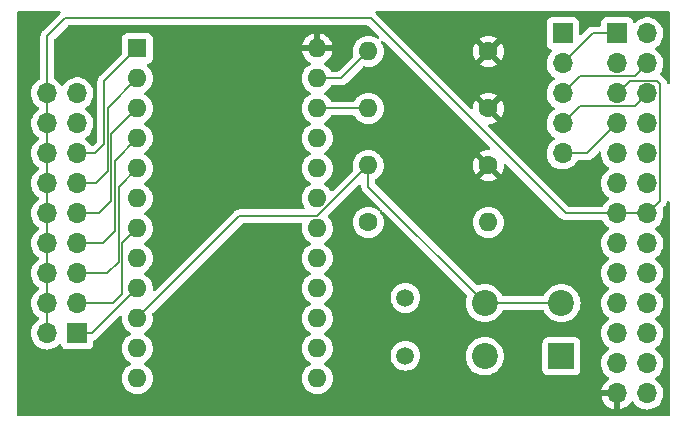
<source format=gbr>
%TF.GenerationSoftware,KiCad,Pcbnew,(6.0.2)*%
%TF.CreationDate,2022-03-14T19:59:34-05:00*%
%TF.ProjectId,SerialClockFlyover,53657269-616c-4436-9c6f-636b466c796f,rev?*%
%TF.SameCoordinates,Original*%
%TF.FileFunction,Copper,L1,Top*%
%TF.FilePolarity,Positive*%
%FSLAX46Y46*%
G04 Gerber Fmt 4.6, Leading zero omitted, Abs format (unit mm)*
G04 Created by KiCad (PCBNEW (6.0.2)) date 2022-03-14 19:59:34*
%MOMM*%
%LPD*%
G01*
G04 APERTURE LIST*
%TA.AperFunction,ComponentPad*%
%ADD10C,1.600000*%
%TD*%
%TA.AperFunction,ComponentPad*%
%ADD11O,1.600000X1.600000*%
%TD*%
%TA.AperFunction,ComponentPad*%
%ADD12R,1.700000X1.700000*%
%TD*%
%TA.AperFunction,ComponentPad*%
%ADD13O,1.700000X1.700000*%
%TD*%
%TA.AperFunction,ComponentPad*%
%ADD14C,1.500000*%
%TD*%
%TA.AperFunction,ComponentPad*%
%ADD15R,1.600000X1.600000*%
%TD*%
%TA.AperFunction,ComponentPad*%
%ADD16R,2.200000X2.200000*%
%TD*%
%TA.AperFunction,ComponentPad*%
%ADD17C,2.200000*%
%TD*%
%TA.AperFunction,Conductor*%
%ADD18C,0.152400*%
%TD*%
G04 APERTURE END LIST*
D10*
%TO.P,R4,1*%
%TO.N,Net-(R4-Pad1)*%
X184658000Y-103632000D03*
D11*
%TO.P,R4,2*%
%TO.N,Net-(R4-Pad2)*%
X194818000Y-103632000D03*
%TD*%
D12*
%TO.P,J2,1,Pin_1*%
%TO.N,/F300*%
X160020000Y-113030000D03*
D13*
%TO.P,J2,2,Pin_2*%
%TO.N,Net-(J1-Pad13)*%
X157480000Y-113030000D03*
%TO.P,J2,3,Pin_3*%
%TO.N,/F1200*%
X160020000Y-110490000D03*
%TO.P,J2,4,Pin_4*%
%TO.N,Net-(J1-Pad13)*%
X157480000Y-110490000D03*
%TO.P,J2,5,Pin_5*%
%TO.N,/F2400*%
X160020000Y-107950000D03*
%TO.P,J2,6,Pin_6*%
%TO.N,Net-(J1-Pad13)*%
X157480000Y-107950000D03*
%TO.P,J2,7,Pin_7*%
%TO.N,/F4800*%
X160020000Y-105410000D03*
%TO.P,J2,8,Pin_8*%
%TO.N,Net-(J1-Pad13)*%
X157480000Y-105410000D03*
%TO.P,J2,9,Pin_9*%
%TO.N,/F9600*%
X160020000Y-102870000D03*
%TO.P,J2,10,Pin_10*%
%TO.N,Net-(J1-Pad13)*%
X157480000Y-102870000D03*
%TO.P,J2,11,Pin_11*%
%TO.N,/F19200*%
X160020000Y-100330000D03*
%TO.P,J2,12,Pin_12*%
%TO.N,Net-(J1-Pad13)*%
X157480000Y-100330000D03*
%TO.P,J2,13,Pin_13*%
%TO.N,/F38400*%
X160020000Y-97790000D03*
%TO.P,J2,14,Pin_14*%
%TO.N,Net-(J1-Pad13)*%
X157480000Y-97790000D03*
%TO.P,J2,15,Pin_15*%
%TO.N,/F57600*%
X160020000Y-95250000D03*
%TO.P,J2,16,Pin_16*%
%TO.N,Net-(J1-Pad13)*%
X157480000Y-95250000D03*
%TO.P,J2,17,Pin_17*%
%TO.N,/F115200*%
X160020000Y-92710000D03*
%TO.P,J2,18,Pin_18*%
%TO.N,Net-(J1-Pad13)*%
X157480000Y-92710000D03*
%TD*%
D14*
%TO.P,Y1,1,1*%
%TO.N,Net-(R4-Pad1)*%
X187807600Y-114921200D03*
%TO.P,Y1,2,2*%
%TO.N,Net-(R4-Pad2)*%
X187807600Y-110021200D03*
%TD*%
D10*
%TO.P,R1,1*%
%TO.N,+5V*%
X194818000Y-89154000D03*
D11*
%TO.P,R1,2*%
%TO.N,Net-(R1-Pad2)*%
X184658000Y-89154000D03*
%TD*%
D10*
%TO.P,R2,1*%
%TO.N,+5V*%
X194818000Y-93980000D03*
D11*
%TO.P,R2,2*%
%TO.N,Net-(R2-Pad2)*%
X184658000Y-93980000D03*
%TD*%
D15*
%TO.P,U1,1,F1*%
%TO.N,/F38400*%
X165100000Y-88900000D03*
D11*
%TO.P,U1,2,F3*%
%TO.N,/F19200*%
X165100000Y-91440000D03*
%TO.P,U1,3,F5*%
%TO.N,/F9600*%
X165100000Y-93980000D03*
%TO.P,U1,4,F7*%
%TO.N,/F4800*%
X165100000Y-96520000D03*
%TO.P,U1,5,F8*%
%TO.N,/F2400*%
X165100000Y-99060000D03*
%TO.P,U1,6,F10*%
%TO.N,unconnected-(U1-Pad6)*%
X165100000Y-101600000D03*
%TO.P,U1,7,F9*%
%TO.N,/F1200*%
X165100000Y-104140000D03*
%TO.P,U1,8,F11*%
%TO.N,unconnected-(U1-Pad8)*%
X165100000Y-106680000D03*
%TO.P,U1,9,F14*%
%TO.N,/F300*%
X165100000Y-109220000D03*
%TO.P,U1,10,~{RESET}*%
%TO.N,Net-(R3-Pad2)*%
X165100000Y-111760000D03*
%TO.P,U1,11,Not_Used*%
%TO.N,unconnected-(U1-Pad11)*%
X165100000Y-114300000D03*
%TO.P,U1,12,VSS*%
%TO.N,GND*%
X165100000Y-116840000D03*
%TO.P,U1,13,F13*%
%TO.N,unconnected-(U1-Pad13)*%
X180340000Y-116840000D03*
%TO.P,U1,14,F12*%
%TO.N,unconnected-(U1-Pad14)*%
X180340000Y-114300000D03*
%TO.P,U1,15,F6*%
%TO.N,unconnected-(U1-Pad15)*%
X180340000Y-111760000D03*
%TO.P,U1,16,F4*%
%TO.N,unconnected-(U1-Pad16)*%
X180340000Y-109220000D03*
%TO.P,U1,17,F2*%
%TO.N,unconnected-(U1-Pad17)*%
X180340000Y-106680000D03*
%TO.P,U1,18,F15*%
%TO.N,/F57600*%
X180340000Y-104140000D03*
%TO.P,U1,19,F16*%
%TO.N,/F115200*%
X180340000Y-101600000D03*
%TO.P,U1,20,XTALOUT*%
%TO.N,Net-(R4-Pad1)*%
X180340000Y-99060000D03*
%TO.P,U1,21,XTALIN*%
%TO.N,Net-(R4-Pad2)*%
X180340000Y-96520000D03*
%TO.P,U1,22,RSB*%
%TO.N,Net-(R2-Pad2)*%
X180340000Y-93980000D03*
%TO.P,U1,23,RSA*%
%TO.N,Net-(R1-Pad2)*%
X180340000Y-91440000D03*
%TO.P,U1,24,VDD*%
%TO.N,+5V*%
X180340000Y-88900000D03*
%TD*%
D12*
%TO.P,J3,1,Pin_1*%
%TO.N,GND*%
X201117200Y-87630000D03*
D13*
%TO.P,J3,2,Pin_2*%
%TO.N,/CTSB*%
X201117200Y-90170000D03*
%TO.P,J3,3,Pin_3*%
%TO.N,/RTSB*%
X201117200Y-92710000D03*
%TO.P,J3,4,Pin_4*%
%TO.N,/TxDB*%
X201117200Y-95250000D03*
%TO.P,J3,5,Pin_5*%
%TO.N,/RxDB*%
X201117200Y-97790000D03*
%TD*%
D16*
%TO.P,S1,1*%
%TO.N,GND*%
X201015600Y-114960400D03*
D17*
%TO.P,S1,2*%
X194515600Y-114960400D03*
%TO.P,S1,3*%
%TO.N,Net-(R3-Pad2)*%
X201015600Y-110460400D03*
%TO.P,S1,4*%
X194515600Y-110460400D03*
%TD*%
D10*
%TO.P,R3,1*%
%TO.N,+5V*%
X194818000Y-98806000D03*
D11*
%TO.P,R3,2*%
%TO.N,Net-(R3-Pad2)*%
X184658000Y-98806000D03*
%TD*%
D12*
%TO.P,J1,1,Pin_1*%
%TO.N,/CTSB*%
X205740000Y-87630000D03*
D13*
%TO.P,J1,2,Pin_2*%
%TO.N,unconnected-(J1-Pad2)*%
X208280000Y-87630000D03*
%TO.P,J1,3,Pin_3*%
%TO.N,unconnected-(J1-Pad3)*%
X205740000Y-90170000D03*
%TO.P,J1,4,Pin_4*%
%TO.N,/RTSB*%
X208280000Y-90170000D03*
%TO.P,J1,5,Pin_5*%
%TO.N,Net-(J1-Pad13)*%
X205740000Y-92710000D03*
%TO.P,J1,6,Pin_6*%
%TO.N,/TxDB*%
X208280000Y-92710000D03*
%TO.P,J1,7,Pin_7*%
%TO.N,/RxDB*%
X205740000Y-95250000D03*
%TO.P,J1,8,Pin_8*%
%TO.N,unconnected-(J1-Pad8)*%
X208280000Y-95250000D03*
%TO.P,J1,9,Pin_9*%
%TO.N,unconnected-(J1-Pad9)*%
X205740000Y-97790000D03*
%TO.P,J1,10,Pin_10*%
%TO.N,unconnected-(J1-Pad10)*%
X208280000Y-97790000D03*
%TO.P,J1,11,Pin_11*%
%TO.N,unconnected-(J1-Pad11)*%
X205740000Y-100330000D03*
%TO.P,J1,12,Pin_12*%
%TO.N,unconnected-(J1-Pad12)*%
X208280000Y-100330000D03*
%TO.P,J1,13,Pin_13*%
%TO.N,Net-(J1-Pad13)*%
X205740000Y-102870000D03*
%TO.P,J1,14,Pin_14*%
X208280000Y-102870000D03*
%TO.P,J1,15,Pin_15*%
%TO.N,unconnected-(J1-Pad15)*%
X205740000Y-105410000D03*
%TO.P,J1,16,Pin_16*%
%TO.N,unconnected-(J1-Pad16)*%
X208280000Y-105410000D03*
%TO.P,J1,17,Pin_17*%
%TO.N,unconnected-(J1-Pad17)*%
X205740000Y-107950000D03*
%TO.P,J1,18,Pin_18*%
%TO.N,unconnected-(J1-Pad18)*%
X208280000Y-107950000D03*
%TO.P,J1,19,Pin_19*%
%TO.N,unconnected-(J1-Pad19)*%
X205740000Y-110490000D03*
%TO.P,J1,20,Pin_20*%
%TO.N,unconnected-(J1-Pad20)*%
X208280000Y-110490000D03*
%TO.P,J1,21,Pin_21*%
%TO.N,unconnected-(J1-Pad21)*%
X205740000Y-113030000D03*
%TO.P,J1,22,Pin_22*%
%TO.N,unconnected-(J1-Pad22)*%
X208280000Y-113030000D03*
%TO.P,J1,23,Pin_23*%
%TO.N,unconnected-(J1-Pad23)*%
X205740000Y-115570000D03*
%TO.P,J1,24,Pin_24*%
%TO.N,unconnected-(J1-Pad24)*%
X208280000Y-115570000D03*
%TO.P,J1,25,Pin_25*%
%TO.N,+5V*%
X205740000Y-118110000D03*
%TO.P,J1,26,Pin_26*%
%TO.N,GND*%
X208280000Y-118110000D03*
%TD*%
D18*
%TO.N,/CTSB*%
X205740000Y-87630000D02*
X203657200Y-87630000D01*
X203657200Y-87630000D02*
X201117200Y-90170000D01*
%TO.N,/RTSB*%
X207201889Y-91248111D02*
X202579089Y-91248111D01*
X208280000Y-90170000D02*
X207201889Y-91248111D01*
X202579089Y-91248111D02*
X201117200Y-92710000D01*
%TO.N,Net-(J1-Pad13)*%
X157480000Y-92710000D02*
X157480000Y-113030000D01*
X209358111Y-91883111D02*
X209106889Y-91631889D01*
X209358111Y-101791889D02*
X209358111Y-91883111D01*
X157480000Y-95250000D02*
X157480000Y-87884000D01*
X208280000Y-102870000D02*
X209358111Y-101791889D01*
X205740000Y-102870000D02*
X208280000Y-102870000D01*
X159004000Y-86360000D02*
X184861200Y-86360000D01*
X201371200Y-102870000D02*
X205740000Y-102870000D01*
X184861200Y-86360000D02*
X201371200Y-102870000D01*
X157480000Y-87884000D02*
X159004000Y-86360000D01*
X209106889Y-91631889D02*
X206818111Y-91631889D01*
X206818111Y-91631889D02*
X205740000Y-92710000D01*
%TO.N,/TxDB*%
X208280000Y-92710000D02*
X207201889Y-93788111D01*
X202579089Y-93788111D02*
X201117200Y-95250000D01*
X207201889Y-93788111D02*
X202579089Y-93788111D01*
%TO.N,/RxDB*%
X205740000Y-95250000D02*
X203200000Y-97790000D01*
X203200000Y-97790000D02*
X201117200Y-97790000D01*
%TO.N,/F38400*%
X162308400Y-91691600D02*
X165100000Y-88900000D01*
X160020000Y-97790000D02*
X161546400Y-97790000D01*
X162308400Y-97028000D02*
X162308400Y-91691600D01*
X161546400Y-97790000D02*
X162308400Y-97028000D01*
%TO.N,/F19200*%
X162612720Y-99314000D02*
X162612720Y-93927280D01*
X160020000Y-100330000D02*
X161596720Y-100330000D01*
X161596720Y-100330000D02*
X162612720Y-99314000D01*
X162612720Y-93927280D02*
X165100000Y-91440000D01*
%TO.N,/F9600*%
X161901040Y-102870000D02*
X162917040Y-101854000D01*
X162917040Y-96162960D02*
X165100000Y-93980000D01*
X162917040Y-101854000D02*
X162917040Y-96162960D01*
X160020000Y-102870000D02*
X161901040Y-102870000D01*
%TO.N,/F4800*%
X160020000Y-105410000D02*
X162205360Y-105410000D01*
X163221360Y-104394000D02*
X163221360Y-98398640D01*
X163221360Y-98398640D02*
X165100000Y-96520000D01*
X162205360Y-105410000D02*
X163221360Y-104394000D01*
%TO.N,/F2400*%
X162560000Y-107950000D02*
X163525680Y-106984320D01*
X163525680Y-100634320D02*
X165100000Y-99060000D01*
X160020000Y-107950000D02*
X162560000Y-107950000D01*
X163525680Y-106984320D02*
X163525680Y-100634320D01*
%TO.N,/F1200*%
X163830000Y-109728000D02*
X163830000Y-105410000D01*
X160020000Y-110490000D02*
X163068000Y-110490000D01*
X163068000Y-110490000D02*
X163830000Y-109728000D01*
X163830000Y-105410000D02*
X165100000Y-104140000D01*
%TO.N,/F300*%
X161290000Y-113030000D02*
X165100000Y-109220000D01*
X160020000Y-113030000D02*
X161290000Y-113030000D01*
%TO.N,Net-(R1-Pad2)*%
X180340000Y-91440000D02*
X182372000Y-91440000D01*
X182372000Y-91440000D02*
X184658000Y-89154000D01*
%TO.N,Net-(R2-Pad2)*%
X180340000Y-93980000D02*
X184658000Y-93980000D01*
%TO.N,Net-(R3-Pad2)*%
X184658000Y-100602800D02*
X194515600Y-110460400D01*
X173748111Y-103111889D02*
X180352111Y-103111889D01*
X165100000Y-111760000D02*
X173748111Y-103111889D01*
X194515600Y-110460400D02*
X201015600Y-110460400D01*
X180352111Y-103111889D02*
X184658000Y-98806000D01*
X184658000Y-98806000D02*
X184658000Y-100602800D01*
%TD*%
%TA.AperFunction,Conductor*%
%TO.N,+5V*%
G36*
X158570429Y-85745002D02*
G01*
X158616922Y-85798658D01*
X158627026Y-85868932D01*
X158597532Y-85933512D01*
X158593024Y-85938355D01*
X158586987Y-85942987D01*
X158581961Y-85949537D01*
X158581960Y-85949538D01*
X158568480Y-85967106D01*
X158557612Y-85979497D01*
X157099497Y-87437613D01*
X157087106Y-87448480D01*
X157062987Y-87466987D01*
X157003423Y-87544614D01*
X156969266Y-87589127D01*
X156965485Y-87598255D01*
X156910350Y-87731363D01*
X156895982Y-87840502D01*
X156890255Y-87884000D01*
X156891333Y-87892188D01*
X156894222Y-87914133D01*
X156895300Y-87930579D01*
X156895300Y-91406287D01*
X156875298Y-91474408D01*
X156827481Y-91518050D01*
X156766055Y-91550027D01*
X156753607Y-91556507D01*
X156749465Y-91559617D01*
X156612295Y-91662607D01*
X156574965Y-91690635D01*
X156571393Y-91694373D01*
X156472838Y-91797505D01*
X156420629Y-91852138D01*
X156417720Y-91856403D01*
X156417714Y-91856411D01*
X156408638Y-91869716D01*
X156294743Y-92036680D01*
X156200688Y-92239305D01*
X156140989Y-92454570D01*
X156117251Y-92676695D01*
X156117548Y-92681848D01*
X156117548Y-92681851D01*
X156123011Y-92776590D01*
X156130110Y-92899715D01*
X156131247Y-92904761D01*
X156131248Y-92904767D01*
X156146806Y-92973802D01*
X156179222Y-93117639D01*
X156263266Y-93324616D01*
X156306581Y-93395300D01*
X156377291Y-93510688D01*
X156379987Y-93515088D01*
X156526250Y-93683938D01*
X156698126Y-93826632D01*
X156767153Y-93866968D01*
X156771445Y-93869476D01*
X156820169Y-93921114D01*
X156833240Y-93990897D01*
X156806509Y-94056669D01*
X156766054Y-94090028D01*
X156753607Y-94096507D01*
X156749465Y-94099617D01*
X156586919Y-94221660D01*
X156574965Y-94230635D01*
X156420629Y-94392138D01*
X156417720Y-94396403D01*
X156417714Y-94396411D01*
X156335629Y-94516743D01*
X156294743Y-94576680D01*
X156247715Y-94677993D01*
X156209423Y-94760488D01*
X156200688Y-94779305D01*
X156140989Y-94994570D01*
X156117251Y-95216695D01*
X156117548Y-95221848D01*
X156117548Y-95221851D01*
X156126676Y-95380151D01*
X156130110Y-95439715D01*
X156131247Y-95444761D01*
X156131248Y-95444767D01*
X156146806Y-95513802D01*
X156179222Y-95657639D01*
X156263266Y-95864616D01*
X156314019Y-95947438D01*
X156377291Y-96050688D01*
X156379987Y-96055088D01*
X156526250Y-96223938D01*
X156698126Y-96366632D01*
X156736779Y-96389219D01*
X156771445Y-96409476D01*
X156820169Y-96461114D01*
X156833240Y-96530897D01*
X156806509Y-96596669D01*
X156766054Y-96630028D01*
X156753607Y-96636507D01*
X156749465Y-96639617D01*
X156612295Y-96742607D01*
X156574965Y-96770635D01*
X156420629Y-96932138D01*
X156294743Y-97116680D01*
X156200688Y-97319305D01*
X156140989Y-97534570D01*
X156117251Y-97756695D01*
X156117548Y-97761848D01*
X156117548Y-97761851D01*
X156122721Y-97851563D01*
X156130110Y-97979715D01*
X156131247Y-97984761D01*
X156131248Y-97984767D01*
X156146806Y-98053802D01*
X156179222Y-98197639D01*
X156222368Y-98303896D01*
X156258414Y-98392666D01*
X156263266Y-98404616D01*
X156314022Y-98487442D01*
X156377291Y-98590688D01*
X156379987Y-98595088D01*
X156526250Y-98763938D01*
X156698126Y-98906632D01*
X156768595Y-98947811D01*
X156771445Y-98949476D01*
X156820169Y-99001114D01*
X156833240Y-99070897D01*
X156806509Y-99136669D01*
X156766054Y-99170028D01*
X156753607Y-99176507D01*
X156749465Y-99179617D01*
X156612295Y-99282607D01*
X156574965Y-99310635D01*
X156420629Y-99472138D01*
X156417720Y-99476403D01*
X156417714Y-99476411D01*
X156382915Y-99527424D01*
X156294743Y-99656680D01*
X156200688Y-99859305D01*
X156140989Y-100074570D01*
X156117251Y-100296695D01*
X156117548Y-100301848D01*
X156117548Y-100301851D01*
X156122721Y-100391563D01*
X156130110Y-100519715D01*
X156131247Y-100524761D01*
X156131248Y-100524767D01*
X156155304Y-100631508D01*
X156179222Y-100737639D01*
X156227288Y-100856013D01*
X156258414Y-100932666D01*
X156263266Y-100944616D01*
X156305333Y-101013263D01*
X156377291Y-101130688D01*
X156379987Y-101135088D01*
X156526250Y-101303938D01*
X156698126Y-101446632D01*
X156768595Y-101487811D01*
X156771445Y-101489476D01*
X156820169Y-101541114D01*
X156833240Y-101610897D01*
X156806509Y-101676669D01*
X156766054Y-101710028D01*
X156753607Y-101716507D01*
X156749465Y-101719617D01*
X156602169Y-101830210D01*
X156574965Y-101850635D01*
X156420629Y-102012138D01*
X156294743Y-102196680D01*
X156264765Y-102261263D01*
X156228272Y-102339881D01*
X156200688Y-102399305D01*
X156140989Y-102614570D01*
X156117251Y-102836695D01*
X156117548Y-102841848D01*
X156117548Y-102841851D01*
X156123011Y-102936590D01*
X156130110Y-103059715D01*
X156131247Y-103064761D01*
X156131248Y-103064767D01*
X156146806Y-103133802D01*
X156179222Y-103277639D01*
X156217461Y-103371811D01*
X156258414Y-103472666D01*
X156263266Y-103484616D01*
X156314019Y-103567438D01*
X156377291Y-103670688D01*
X156379987Y-103675088D01*
X156526250Y-103843938D01*
X156698126Y-103986632D01*
X156768595Y-104027811D01*
X156771445Y-104029476D01*
X156820169Y-104081114D01*
X156833240Y-104150897D01*
X156806509Y-104216669D01*
X156766054Y-104250028D01*
X156753607Y-104256507D01*
X156749465Y-104259617D01*
X156612295Y-104362607D01*
X156574965Y-104390635D01*
X156420629Y-104552138D01*
X156294743Y-104736680D01*
X156262892Y-104805298D01*
X156206854Y-104926022D01*
X156200688Y-104939305D01*
X156140989Y-105154570D01*
X156117251Y-105376695D01*
X156117548Y-105381848D01*
X156117548Y-105381851D01*
X156123011Y-105476590D01*
X156130110Y-105599715D01*
X156131247Y-105604761D01*
X156131248Y-105604767D01*
X156146806Y-105673802D01*
X156179222Y-105817639D01*
X156217461Y-105911811D01*
X156258414Y-106012666D01*
X156263266Y-106024616D01*
X156314019Y-106107438D01*
X156377291Y-106210688D01*
X156379987Y-106215088D01*
X156526250Y-106383938D01*
X156698126Y-106526632D01*
X156768595Y-106567811D01*
X156771445Y-106569476D01*
X156820169Y-106621114D01*
X156833240Y-106690897D01*
X156806509Y-106756669D01*
X156766054Y-106790028D01*
X156753607Y-106796507D01*
X156749465Y-106799617D01*
X156612295Y-106902607D01*
X156574965Y-106930635D01*
X156420629Y-107092138D01*
X156294743Y-107276680D01*
X156200688Y-107479305D01*
X156140989Y-107694570D01*
X156117251Y-107916695D01*
X156117548Y-107921848D01*
X156117548Y-107921851D01*
X156123011Y-108016590D01*
X156130110Y-108139715D01*
X156131247Y-108144761D01*
X156131248Y-108144767D01*
X156146806Y-108213802D01*
X156179222Y-108357639D01*
X156217461Y-108451811D01*
X156258414Y-108552666D01*
X156263266Y-108564616D01*
X156314019Y-108647438D01*
X156377291Y-108750688D01*
X156379987Y-108755088D01*
X156526250Y-108923938D01*
X156698126Y-109066632D01*
X156768595Y-109107811D01*
X156771445Y-109109476D01*
X156820169Y-109161114D01*
X156833240Y-109230897D01*
X156806509Y-109296669D01*
X156766054Y-109330028D01*
X156753607Y-109336507D01*
X156749465Y-109339617D01*
X156612295Y-109442607D01*
X156574965Y-109470635D01*
X156420629Y-109632138D01*
X156294743Y-109816680D01*
X156262892Y-109885298D01*
X156227377Y-109961809D01*
X156200688Y-110019305D01*
X156140989Y-110234570D01*
X156117251Y-110456695D01*
X156117548Y-110461848D01*
X156117548Y-110461851D01*
X156123011Y-110556590D01*
X156130110Y-110679715D01*
X156131247Y-110684761D01*
X156131248Y-110684767D01*
X156146806Y-110753802D01*
X156179222Y-110897639D01*
X156216299Y-110988949D01*
X156258414Y-111092666D01*
X156263266Y-111104616D01*
X156314019Y-111187438D01*
X156377291Y-111290688D01*
X156379987Y-111295088D01*
X156526250Y-111463938D01*
X156698126Y-111606632D01*
X156759196Y-111642318D01*
X156771445Y-111649476D01*
X156820169Y-111701114D01*
X156833240Y-111770897D01*
X156806509Y-111836669D01*
X156766054Y-111870028D01*
X156753607Y-111876507D01*
X156749465Y-111879617D01*
X156583866Y-112003952D01*
X156574965Y-112010635D01*
X156535525Y-112051907D01*
X156481280Y-112108671D01*
X156420629Y-112172138D01*
X156294743Y-112356680D01*
X156200688Y-112559305D01*
X156140989Y-112774570D01*
X156117251Y-112996695D01*
X156117548Y-113001848D01*
X156117548Y-113001851D01*
X156123011Y-113096590D01*
X156130110Y-113219715D01*
X156131247Y-113224761D01*
X156131248Y-113224767D01*
X156146806Y-113293802D01*
X156179222Y-113437639D01*
X156263266Y-113644616D01*
X156300685Y-113705678D01*
X156377291Y-113830688D01*
X156379987Y-113835088D01*
X156526250Y-114003938D01*
X156698126Y-114146632D01*
X156891000Y-114259338D01*
X157099692Y-114339030D01*
X157104760Y-114340061D01*
X157104763Y-114340062D01*
X157209466Y-114361364D01*
X157318597Y-114383567D01*
X157323772Y-114383757D01*
X157323774Y-114383757D01*
X157536673Y-114391564D01*
X157536677Y-114391564D01*
X157541837Y-114391753D01*
X157546957Y-114391097D01*
X157546959Y-114391097D01*
X157758288Y-114364025D01*
X157758289Y-114364025D01*
X157763416Y-114363368D01*
X157770096Y-114361364D01*
X157972429Y-114300661D01*
X157972434Y-114300659D01*
X157977384Y-114299174D01*
X158177994Y-114200896D01*
X158359860Y-114071173D01*
X158468091Y-113963319D01*
X158530462Y-113929404D01*
X158601268Y-113934592D01*
X158658030Y-113977238D01*
X158675012Y-114008341D01*
X158696852Y-114066598D01*
X158719385Y-114126705D01*
X158806739Y-114243261D01*
X158923295Y-114330615D01*
X159059684Y-114381745D01*
X159121866Y-114388500D01*
X160918134Y-114388500D01*
X160980316Y-114381745D01*
X161116705Y-114330615D01*
X161233261Y-114243261D01*
X161320615Y-114126705D01*
X161371745Y-113990316D01*
X161378500Y-113928134D01*
X161378500Y-113710407D01*
X161398502Y-113642286D01*
X161456282Y-113593998D01*
X161543213Y-113557990D01*
X161577239Y-113543896D01*
X161584873Y-113540734D01*
X161629386Y-113506577D01*
X161707013Y-113447013D01*
X161712039Y-113440463D01*
X161712043Y-113440459D01*
X161725523Y-113422891D01*
X161736391Y-113410499D01*
X163580028Y-111566863D01*
X163642340Y-111532837D01*
X163713156Y-111537902D01*
X163769991Y-111580449D01*
X163794802Y-111646969D01*
X163794643Y-111666940D01*
X163786981Y-111754514D01*
X163786981Y-111754525D01*
X163786502Y-111760000D01*
X163806457Y-111988087D01*
X163807881Y-111993400D01*
X163807881Y-111993402D01*
X163863941Y-112202617D01*
X163865716Y-112209243D01*
X163868039Y-112214224D01*
X163868039Y-112214225D01*
X163960151Y-112411762D01*
X163960154Y-112411767D01*
X163962477Y-112416749D01*
X163965634Y-112421257D01*
X164084281Y-112590702D01*
X164093802Y-112604300D01*
X164255700Y-112766198D01*
X164260208Y-112769355D01*
X164260211Y-112769357D01*
X164307319Y-112802342D01*
X164443251Y-112897523D01*
X164448233Y-112899846D01*
X164448238Y-112899849D01*
X164482457Y-112915805D01*
X164535742Y-112962722D01*
X164555203Y-113030999D01*
X164534661Y-113098959D01*
X164482457Y-113144195D01*
X164448238Y-113160151D01*
X164448233Y-113160154D01*
X164443251Y-113162477D01*
X164368888Y-113214547D01*
X164260211Y-113290643D01*
X164260208Y-113290645D01*
X164255700Y-113293802D01*
X164093802Y-113455700D01*
X164090645Y-113460208D01*
X164090643Y-113460211D01*
X164058177Y-113506577D01*
X163962477Y-113643251D01*
X163960154Y-113648233D01*
X163960151Y-113648238D01*
X163871203Y-113838990D01*
X163865716Y-113850757D01*
X163864294Y-113856065D01*
X163864293Y-113856067D01*
X163823491Y-114008341D01*
X163806457Y-114071913D01*
X163786502Y-114300000D01*
X163806457Y-114528087D01*
X163807881Y-114533400D01*
X163807881Y-114533402D01*
X163863941Y-114742617D01*
X163865716Y-114749243D01*
X163868039Y-114754224D01*
X163868039Y-114754225D01*
X163960151Y-114951762D01*
X163960154Y-114951767D01*
X163962477Y-114956749D01*
X164035902Y-115061611D01*
X164084281Y-115130702D01*
X164093802Y-115144300D01*
X164255700Y-115306198D01*
X164260208Y-115309355D01*
X164260211Y-115309357D01*
X164307319Y-115342342D01*
X164443251Y-115437523D01*
X164448233Y-115439846D01*
X164448238Y-115439849D01*
X164482457Y-115455805D01*
X164535742Y-115502722D01*
X164555203Y-115570999D01*
X164534661Y-115638959D01*
X164482457Y-115684195D01*
X164448238Y-115700151D01*
X164448233Y-115700154D01*
X164443251Y-115702477D01*
X164368888Y-115754547D01*
X164260211Y-115830643D01*
X164260208Y-115830645D01*
X164255700Y-115833802D01*
X164093802Y-115995700D01*
X164090645Y-116000208D01*
X164090643Y-116000211D01*
X164050403Y-116057680D01*
X163962477Y-116183251D01*
X163960154Y-116188233D01*
X163960151Y-116188238D01*
X163871203Y-116378990D01*
X163865716Y-116390757D01*
X163864294Y-116396065D01*
X163864293Y-116396067D01*
X163807881Y-116606598D01*
X163806457Y-116611913D01*
X163786502Y-116840000D01*
X163806457Y-117068087D01*
X163807881Y-117073400D01*
X163807881Y-117073402D01*
X163863941Y-117282617D01*
X163865716Y-117289243D01*
X163868039Y-117294224D01*
X163868039Y-117294225D01*
X163960151Y-117491762D01*
X163960154Y-117491767D01*
X163962477Y-117496749D01*
X163965634Y-117501257D01*
X164084281Y-117670702D01*
X164093802Y-117684300D01*
X164255700Y-117846198D01*
X164260208Y-117849355D01*
X164260211Y-117849357D01*
X164298264Y-117876002D01*
X164443251Y-117977523D01*
X164448233Y-117979846D01*
X164448238Y-117979849D01*
X164645775Y-118071961D01*
X164650757Y-118074284D01*
X164656065Y-118075706D01*
X164656067Y-118075707D01*
X164866598Y-118132119D01*
X164866600Y-118132119D01*
X164871913Y-118133543D01*
X165100000Y-118153498D01*
X165328087Y-118133543D01*
X165333400Y-118132119D01*
X165333402Y-118132119D01*
X165543933Y-118075707D01*
X165543935Y-118075706D01*
X165549243Y-118074284D01*
X165554225Y-118071961D01*
X165751762Y-117979849D01*
X165751767Y-117979846D01*
X165756749Y-117977523D01*
X165901736Y-117876002D01*
X165939789Y-117849357D01*
X165939792Y-117849355D01*
X165944300Y-117846198D01*
X166106198Y-117684300D01*
X166115720Y-117670702D01*
X166234366Y-117501257D01*
X166237523Y-117496749D01*
X166239846Y-117491767D01*
X166239849Y-117491762D01*
X166331961Y-117294225D01*
X166331961Y-117294224D01*
X166334284Y-117289243D01*
X166336060Y-117282617D01*
X166392119Y-117073402D01*
X166392119Y-117073400D01*
X166393543Y-117068087D01*
X166413498Y-116840000D01*
X166393543Y-116611913D01*
X166392119Y-116606598D01*
X166335707Y-116396067D01*
X166335706Y-116396065D01*
X166334284Y-116390757D01*
X166328797Y-116378990D01*
X166239849Y-116188238D01*
X166239846Y-116188233D01*
X166237523Y-116183251D01*
X166149597Y-116057680D01*
X166109357Y-116000211D01*
X166109355Y-116000208D01*
X166106198Y-115995700D01*
X165944300Y-115833802D01*
X165939792Y-115830645D01*
X165939789Y-115830643D01*
X165831112Y-115754547D01*
X165756749Y-115702477D01*
X165751767Y-115700154D01*
X165751762Y-115700151D01*
X165717543Y-115684195D01*
X165664258Y-115637278D01*
X165644797Y-115569001D01*
X165665339Y-115501041D01*
X165717543Y-115455805D01*
X165751762Y-115439849D01*
X165751767Y-115439846D01*
X165756749Y-115437523D01*
X165892681Y-115342342D01*
X165939789Y-115309357D01*
X165939792Y-115309355D01*
X165944300Y-115306198D01*
X166106198Y-115144300D01*
X166115720Y-115130702D01*
X166164098Y-115061611D01*
X166237523Y-114956749D01*
X166239846Y-114951767D01*
X166239849Y-114951762D01*
X166331961Y-114754225D01*
X166331961Y-114754224D01*
X166334284Y-114749243D01*
X166336060Y-114742617D01*
X166392119Y-114533402D01*
X166392119Y-114533400D01*
X166393543Y-114528087D01*
X166413498Y-114300000D01*
X166393543Y-114071913D01*
X166376509Y-114008341D01*
X166335707Y-113856067D01*
X166335706Y-113856065D01*
X166334284Y-113850757D01*
X166328797Y-113838990D01*
X166239849Y-113648238D01*
X166239846Y-113648233D01*
X166237523Y-113643251D01*
X166141823Y-113506577D01*
X166109357Y-113460211D01*
X166109355Y-113460208D01*
X166106198Y-113455700D01*
X165944300Y-113293802D01*
X165939792Y-113290645D01*
X165939789Y-113290643D01*
X165831112Y-113214547D01*
X165756749Y-113162477D01*
X165751767Y-113160154D01*
X165751762Y-113160151D01*
X165717543Y-113144195D01*
X165664258Y-113097278D01*
X165644797Y-113029001D01*
X165665339Y-112961041D01*
X165717543Y-112915805D01*
X165751762Y-112899849D01*
X165751767Y-112899846D01*
X165756749Y-112897523D01*
X165892681Y-112802342D01*
X165939789Y-112769357D01*
X165939792Y-112769355D01*
X165944300Y-112766198D01*
X166106198Y-112604300D01*
X166115720Y-112590702D01*
X166234366Y-112421257D01*
X166237523Y-112416749D01*
X166239846Y-112411767D01*
X166239849Y-112411762D01*
X166331961Y-112214225D01*
X166331961Y-112214224D01*
X166334284Y-112209243D01*
X166336060Y-112202617D01*
X166392119Y-111993402D01*
X166392119Y-111993400D01*
X166393543Y-111988087D01*
X166413498Y-111760000D01*
X166393543Y-111531913D01*
X166379024Y-111477727D01*
X166361956Y-111414028D01*
X166363646Y-111343052D01*
X166394568Y-111292322D01*
X173953396Y-103733494D01*
X174015708Y-103699468D01*
X174042491Y-103696589D01*
X178939946Y-103696589D01*
X179008067Y-103716591D01*
X179054560Y-103770247D01*
X179064664Y-103840521D01*
X179061653Y-103855200D01*
X179047881Y-103906598D01*
X179046457Y-103911913D01*
X179026502Y-104140000D01*
X179046457Y-104368087D01*
X179047881Y-104373400D01*
X179047881Y-104373402D01*
X179103941Y-104582617D01*
X179105716Y-104589243D01*
X179108039Y-104594224D01*
X179108039Y-104594225D01*
X179200151Y-104791762D01*
X179200154Y-104791767D01*
X179202477Y-104796749D01*
X179275902Y-104901611D01*
X179324281Y-104970702D01*
X179333802Y-104984300D01*
X179495700Y-105146198D01*
X179500208Y-105149355D01*
X179500211Y-105149357D01*
X179547319Y-105182342D01*
X179683251Y-105277523D01*
X179688233Y-105279846D01*
X179688238Y-105279849D01*
X179722457Y-105295805D01*
X179775742Y-105342722D01*
X179795203Y-105410999D01*
X179774661Y-105478959D01*
X179722457Y-105524195D01*
X179688238Y-105540151D01*
X179688233Y-105540154D01*
X179683251Y-105542477D01*
X179608888Y-105594547D01*
X179500211Y-105670643D01*
X179500208Y-105670645D01*
X179495700Y-105673802D01*
X179333802Y-105835700D01*
X179202477Y-106023251D01*
X179200154Y-106028233D01*
X179200151Y-106028238D01*
X179111203Y-106218990D01*
X179105716Y-106230757D01*
X179046457Y-106451913D01*
X179026502Y-106680000D01*
X179046457Y-106908087D01*
X179047881Y-106913400D01*
X179047881Y-106913402D01*
X179103941Y-107122617D01*
X179105716Y-107129243D01*
X179108039Y-107134224D01*
X179108039Y-107134225D01*
X179200151Y-107331762D01*
X179200154Y-107331767D01*
X179202477Y-107336749D01*
X179220452Y-107362420D01*
X179324281Y-107510702D01*
X179333802Y-107524300D01*
X179495700Y-107686198D01*
X179500208Y-107689355D01*
X179500211Y-107689357D01*
X179547319Y-107722342D01*
X179683251Y-107817523D01*
X179688233Y-107819846D01*
X179688238Y-107819849D01*
X179722457Y-107835805D01*
X179775742Y-107882722D01*
X179795203Y-107950999D01*
X179774661Y-108018959D01*
X179722457Y-108064195D01*
X179688238Y-108080151D01*
X179688233Y-108080154D01*
X179683251Y-108082477D01*
X179654700Y-108102469D01*
X179500211Y-108210643D01*
X179500208Y-108210645D01*
X179495700Y-108213802D01*
X179333802Y-108375700D01*
X179202477Y-108563251D01*
X179200154Y-108568233D01*
X179200151Y-108568238D01*
X179111491Y-108758372D01*
X179105716Y-108770757D01*
X179104294Y-108776065D01*
X179104293Y-108776067D01*
X179062966Y-108930301D01*
X179046457Y-108991913D01*
X179026502Y-109220000D01*
X179046457Y-109448087D01*
X179047881Y-109453400D01*
X179047881Y-109453402D01*
X179103941Y-109662617D01*
X179105716Y-109669243D01*
X179108039Y-109674224D01*
X179108039Y-109674225D01*
X179200151Y-109871762D01*
X179200154Y-109871767D01*
X179202477Y-109876749D01*
X179213007Y-109891787D01*
X179324281Y-110050702D01*
X179333802Y-110064300D01*
X179495700Y-110226198D01*
X179500208Y-110229355D01*
X179500211Y-110229357D01*
X179523810Y-110245881D01*
X179683251Y-110357523D01*
X179688233Y-110359846D01*
X179688238Y-110359849D01*
X179722457Y-110375805D01*
X179775742Y-110422722D01*
X179795203Y-110490999D01*
X179774661Y-110558959D01*
X179722457Y-110604195D01*
X179688238Y-110620151D01*
X179688233Y-110620154D01*
X179683251Y-110622477D01*
X179608888Y-110674547D01*
X179500211Y-110750643D01*
X179500208Y-110750645D01*
X179495700Y-110753802D01*
X179333802Y-110915700D01*
X179330645Y-110920208D01*
X179330643Y-110920211D01*
X179303489Y-110958991D01*
X179202477Y-111103251D01*
X179200154Y-111108233D01*
X179200151Y-111108238D01*
X179111203Y-111298990D01*
X179105716Y-111310757D01*
X179104294Y-111316065D01*
X179104293Y-111316067D01*
X179060976Y-111477727D01*
X179046457Y-111531913D01*
X179026502Y-111760000D01*
X179046457Y-111988087D01*
X179047881Y-111993400D01*
X179047881Y-111993402D01*
X179103941Y-112202617D01*
X179105716Y-112209243D01*
X179108039Y-112214224D01*
X179108039Y-112214225D01*
X179200151Y-112411762D01*
X179200154Y-112411767D01*
X179202477Y-112416749D01*
X179205634Y-112421257D01*
X179324281Y-112590702D01*
X179333802Y-112604300D01*
X179495700Y-112766198D01*
X179500208Y-112769355D01*
X179500211Y-112769357D01*
X179547319Y-112802342D01*
X179683251Y-112897523D01*
X179688233Y-112899846D01*
X179688238Y-112899849D01*
X179722457Y-112915805D01*
X179775742Y-112962722D01*
X179795203Y-113030999D01*
X179774661Y-113098959D01*
X179722457Y-113144195D01*
X179688238Y-113160151D01*
X179688233Y-113160154D01*
X179683251Y-113162477D01*
X179608888Y-113214547D01*
X179500211Y-113290643D01*
X179500208Y-113290645D01*
X179495700Y-113293802D01*
X179333802Y-113455700D01*
X179330645Y-113460208D01*
X179330643Y-113460211D01*
X179298177Y-113506577D01*
X179202477Y-113643251D01*
X179200154Y-113648233D01*
X179200151Y-113648238D01*
X179111203Y-113838990D01*
X179105716Y-113850757D01*
X179104294Y-113856065D01*
X179104293Y-113856067D01*
X179063491Y-114008341D01*
X179046457Y-114071913D01*
X179026502Y-114300000D01*
X179046457Y-114528087D01*
X179047881Y-114533400D01*
X179047881Y-114533402D01*
X179103941Y-114742617D01*
X179105716Y-114749243D01*
X179108039Y-114754224D01*
X179108039Y-114754225D01*
X179200151Y-114951762D01*
X179200154Y-114951767D01*
X179202477Y-114956749D01*
X179275902Y-115061611D01*
X179324281Y-115130702D01*
X179333802Y-115144300D01*
X179495700Y-115306198D01*
X179500208Y-115309355D01*
X179500211Y-115309357D01*
X179547319Y-115342342D01*
X179683251Y-115437523D01*
X179688233Y-115439846D01*
X179688238Y-115439849D01*
X179722457Y-115455805D01*
X179775742Y-115502722D01*
X179795203Y-115570999D01*
X179774661Y-115638959D01*
X179722457Y-115684195D01*
X179688238Y-115700151D01*
X179688233Y-115700154D01*
X179683251Y-115702477D01*
X179608888Y-115754547D01*
X179500211Y-115830643D01*
X179500208Y-115830645D01*
X179495700Y-115833802D01*
X179333802Y-115995700D01*
X179330645Y-116000208D01*
X179330643Y-116000211D01*
X179290403Y-116057680D01*
X179202477Y-116183251D01*
X179200154Y-116188233D01*
X179200151Y-116188238D01*
X179111203Y-116378990D01*
X179105716Y-116390757D01*
X179104294Y-116396065D01*
X179104293Y-116396067D01*
X179047881Y-116606598D01*
X179046457Y-116611913D01*
X179026502Y-116840000D01*
X179046457Y-117068087D01*
X179047881Y-117073400D01*
X179047881Y-117073402D01*
X179103941Y-117282617D01*
X179105716Y-117289243D01*
X179108039Y-117294224D01*
X179108039Y-117294225D01*
X179200151Y-117491762D01*
X179200154Y-117491767D01*
X179202477Y-117496749D01*
X179205634Y-117501257D01*
X179324281Y-117670702D01*
X179333802Y-117684300D01*
X179495700Y-117846198D01*
X179500208Y-117849355D01*
X179500211Y-117849357D01*
X179538264Y-117876002D01*
X179683251Y-117977523D01*
X179688233Y-117979846D01*
X179688238Y-117979849D01*
X179885775Y-118071961D01*
X179890757Y-118074284D01*
X179896065Y-118075706D01*
X179896067Y-118075707D01*
X180106598Y-118132119D01*
X180106600Y-118132119D01*
X180111913Y-118133543D01*
X180340000Y-118153498D01*
X180568087Y-118133543D01*
X180573400Y-118132119D01*
X180573402Y-118132119D01*
X180783933Y-118075707D01*
X180783935Y-118075706D01*
X180789243Y-118074284D01*
X180794225Y-118071961D01*
X180991762Y-117979849D01*
X180991767Y-117979846D01*
X180996749Y-117977523D01*
X181141736Y-117876002D01*
X181179789Y-117849357D01*
X181179792Y-117849355D01*
X181184300Y-117846198D01*
X181346198Y-117684300D01*
X181355720Y-117670702D01*
X181474366Y-117501257D01*
X181477523Y-117496749D01*
X181479846Y-117491767D01*
X181479849Y-117491762D01*
X181571961Y-117294225D01*
X181571961Y-117294224D01*
X181574284Y-117289243D01*
X181576060Y-117282617D01*
X181632119Y-117073402D01*
X181632119Y-117073400D01*
X181633543Y-117068087D01*
X181653498Y-116840000D01*
X181633543Y-116611913D01*
X181632119Y-116606598D01*
X181575707Y-116396067D01*
X181575706Y-116396065D01*
X181574284Y-116390757D01*
X181568797Y-116378990D01*
X181479849Y-116188238D01*
X181479846Y-116188233D01*
X181477523Y-116183251D01*
X181389597Y-116057680D01*
X181349357Y-116000211D01*
X181349355Y-116000208D01*
X181346198Y-115995700D01*
X181184300Y-115833802D01*
X181179792Y-115830645D01*
X181179789Y-115830643D01*
X181071112Y-115754547D01*
X180996749Y-115702477D01*
X180991767Y-115700154D01*
X180991762Y-115700151D01*
X180957543Y-115684195D01*
X180904258Y-115637278D01*
X180884797Y-115569001D01*
X180905339Y-115501041D01*
X180957543Y-115455805D01*
X180991762Y-115439849D01*
X180991767Y-115439846D01*
X180996749Y-115437523D01*
X181132681Y-115342342D01*
X181179789Y-115309357D01*
X181179792Y-115309355D01*
X181184300Y-115306198D01*
X181346198Y-115144300D01*
X181355720Y-115130702D01*
X181404098Y-115061611D01*
X181477523Y-114956749D01*
X181479846Y-114951767D01*
X181479849Y-114951762D01*
X181494100Y-114921200D01*
X186544293Y-114921200D01*
X186563485Y-115140571D01*
X186620480Y-115353276D01*
X186622805Y-115358261D01*
X186711218Y-115547866D01*
X186711221Y-115547871D01*
X186713544Y-115552853D01*
X186716700Y-115557360D01*
X186716701Y-115557362D01*
X186808405Y-115688328D01*
X186839851Y-115733238D01*
X186995562Y-115888949D01*
X187000071Y-115892106D01*
X187000073Y-115892108D01*
X187029246Y-115912535D01*
X187175946Y-116015256D01*
X187375524Y-116108320D01*
X187588229Y-116165315D01*
X187807600Y-116184507D01*
X188026971Y-116165315D01*
X188239676Y-116108320D01*
X188439254Y-116015256D01*
X188585954Y-115912535D01*
X188615127Y-115892108D01*
X188615129Y-115892106D01*
X188619638Y-115888949D01*
X188775349Y-115733238D01*
X188806796Y-115688328D01*
X188898499Y-115557362D01*
X188898500Y-115557360D01*
X188901656Y-115552853D01*
X188903979Y-115547871D01*
X188903982Y-115547866D01*
X188992395Y-115358261D01*
X188994720Y-115353276D01*
X189051715Y-115140571D01*
X189067478Y-114960400D01*
X192902126Y-114960400D01*
X192921991Y-115212803D01*
X192981095Y-115458991D01*
X192982988Y-115463562D01*
X192982989Y-115463564D01*
X193054944Y-115637278D01*
X193077984Y-115692902D01*
X193210272Y-115908776D01*
X193374702Y-116101298D01*
X193567224Y-116265728D01*
X193783098Y-116398016D01*
X193787668Y-116399909D01*
X193787672Y-116399911D01*
X194012436Y-116493011D01*
X194017009Y-116494905D01*
X194084113Y-116511015D01*
X194258384Y-116552854D01*
X194258390Y-116552855D01*
X194263197Y-116554009D01*
X194515600Y-116573874D01*
X194768003Y-116554009D01*
X194772810Y-116552855D01*
X194772816Y-116552854D01*
X194947087Y-116511015D01*
X195014191Y-116494905D01*
X195018764Y-116493011D01*
X195243528Y-116399911D01*
X195243532Y-116399909D01*
X195248102Y-116398016D01*
X195463976Y-116265728D01*
X195648026Y-116108534D01*
X199407100Y-116108534D01*
X199413855Y-116170716D01*
X199464985Y-116307105D01*
X199552339Y-116423661D01*
X199668895Y-116511015D01*
X199805284Y-116562145D01*
X199867466Y-116568900D01*
X202163734Y-116568900D01*
X202225916Y-116562145D01*
X202362305Y-116511015D01*
X202478861Y-116423661D01*
X202566215Y-116307105D01*
X202617345Y-116170716D01*
X202624100Y-116108534D01*
X202624100Y-113812266D01*
X202617345Y-113750084D01*
X202566215Y-113613695D01*
X202478861Y-113497139D01*
X202362305Y-113409785D01*
X202225916Y-113358655D01*
X202163734Y-113351900D01*
X199867466Y-113351900D01*
X199805284Y-113358655D01*
X199668895Y-113409785D01*
X199552339Y-113497139D01*
X199464985Y-113613695D01*
X199413855Y-113750084D01*
X199407100Y-113812266D01*
X199407100Y-116108534D01*
X195648026Y-116108534D01*
X195656498Y-116101298D01*
X195820928Y-115908776D01*
X195953216Y-115692902D01*
X195976257Y-115637278D01*
X196048211Y-115463564D01*
X196048212Y-115463562D01*
X196050105Y-115458991D01*
X196109209Y-115212803D01*
X196129074Y-114960400D01*
X196109209Y-114707997D01*
X196107729Y-114701829D01*
X196051260Y-114466621D01*
X196050105Y-114461809D01*
X196037801Y-114432104D01*
X195955111Y-114232472D01*
X195955109Y-114232468D01*
X195953216Y-114227898D01*
X195820928Y-114012024D01*
X195656498Y-113819502D01*
X195463976Y-113655072D01*
X195248102Y-113522784D01*
X195243532Y-113520891D01*
X195243528Y-113520889D01*
X195018764Y-113427789D01*
X195018762Y-113427788D01*
X195014191Y-113425895D01*
X194929568Y-113405579D01*
X194772816Y-113367946D01*
X194772810Y-113367945D01*
X194768003Y-113366791D01*
X194515600Y-113346926D01*
X194263197Y-113366791D01*
X194258390Y-113367945D01*
X194258384Y-113367946D01*
X194101632Y-113405579D01*
X194017009Y-113425895D01*
X194012438Y-113427788D01*
X194012436Y-113427789D01*
X193787672Y-113520889D01*
X193787668Y-113520891D01*
X193783098Y-113522784D01*
X193567224Y-113655072D01*
X193374702Y-113819502D01*
X193210272Y-114012024D01*
X193077984Y-114227898D01*
X193076091Y-114232468D01*
X193076089Y-114232472D01*
X192993399Y-114432104D01*
X192981095Y-114461809D01*
X192979940Y-114466621D01*
X192923472Y-114701829D01*
X192921991Y-114707997D01*
X192902126Y-114960400D01*
X189067478Y-114960400D01*
X189070907Y-114921200D01*
X189051715Y-114701829D01*
X188994720Y-114489124D01*
X188935145Y-114361364D01*
X188903982Y-114294534D01*
X188903977Y-114294525D01*
X188901656Y-114289547D01*
X188881794Y-114261181D01*
X188778508Y-114113673D01*
X188778506Y-114113670D01*
X188775349Y-114109162D01*
X188619638Y-113953451D01*
X188588334Y-113931531D01*
X188480560Y-113856067D01*
X188439254Y-113827144D01*
X188239676Y-113734080D01*
X188026971Y-113677085D01*
X187807600Y-113657893D01*
X187588229Y-113677085D01*
X187375524Y-113734080D01*
X187324356Y-113757940D01*
X187180934Y-113824818D01*
X187180929Y-113824821D01*
X187175947Y-113827144D01*
X187171440Y-113830300D01*
X187171438Y-113830301D01*
X187000073Y-113950292D01*
X187000070Y-113950294D01*
X186995562Y-113953451D01*
X186839851Y-114109162D01*
X186836694Y-114113670D01*
X186836692Y-114113673D01*
X186733406Y-114261181D01*
X186713544Y-114289547D01*
X186711223Y-114294525D01*
X186711218Y-114294534D01*
X186680055Y-114361364D01*
X186620480Y-114489124D01*
X186563485Y-114701829D01*
X186544293Y-114921200D01*
X181494100Y-114921200D01*
X181571961Y-114754225D01*
X181571961Y-114754224D01*
X181574284Y-114749243D01*
X181576060Y-114742617D01*
X181632119Y-114533402D01*
X181632119Y-114533400D01*
X181633543Y-114528087D01*
X181653498Y-114300000D01*
X181633543Y-114071913D01*
X181616509Y-114008341D01*
X181575707Y-113856067D01*
X181575706Y-113856065D01*
X181574284Y-113850757D01*
X181568797Y-113838990D01*
X181479849Y-113648238D01*
X181479846Y-113648233D01*
X181477523Y-113643251D01*
X181381823Y-113506577D01*
X181349357Y-113460211D01*
X181349355Y-113460208D01*
X181346198Y-113455700D01*
X181184300Y-113293802D01*
X181179792Y-113290645D01*
X181179789Y-113290643D01*
X181071112Y-113214547D01*
X180996749Y-113162477D01*
X180991767Y-113160154D01*
X180991762Y-113160151D01*
X180957543Y-113144195D01*
X180904258Y-113097278D01*
X180884797Y-113029001D01*
X180905339Y-112961041D01*
X180957543Y-112915805D01*
X180991762Y-112899849D01*
X180991767Y-112899846D01*
X180996749Y-112897523D01*
X181132681Y-112802342D01*
X181179789Y-112769357D01*
X181179792Y-112769355D01*
X181184300Y-112766198D01*
X181346198Y-112604300D01*
X181355720Y-112590702D01*
X181474366Y-112421257D01*
X181477523Y-112416749D01*
X181479846Y-112411767D01*
X181479849Y-112411762D01*
X181571961Y-112214225D01*
X181571961Y-112214224D01*
X181574284Y-112209243D01*
X181576060Y-112202617D01*
X181632119Y-111993402D01*
X181632119Y-111993400D01*
X181633543Y-111988087D01*
X181653498Y-111760000D01*
X181633543Y-111531913D01*
X181619024Y-111477727D01*
X181575707Y-111316067D01*
X181575706Y-111316065D01*
X181574284Y-111310757D01*
X181568797Y-111298990D01*
X181479849Y-111108238D01*
X181479846Y-111108233D01*
X181477523Y-111103251D01*
X181376511Y-110958991D01*
X181349357Y-110920211D01*
X181349355Y-110920208D01*
X181346198Y-110915700D01*
X181184300Y-110753802D01*
X181179792Y-110750645D01*
X181179789Y-110750643D01*
X181071112Y-110674547D01*
X180996749Y-110622477D01*
X180991767Y-110620154D01*
X180991762Y-110620151D01*
X180957543Y-110604195D01*
X180904258Y-110557278D01*
X180884797Y-110489001D01*
X180905339Y-110421041D01*
X180957543Y-110375805D01*
X180991762Y-110359849D01*
X180991767Y-110359846D01*
X180996749Y-110357523D01*
X181156190Y-110245881D01*
X181179789Y-110229357D01*
X181179792Y-110229355D01*
X181184300Y-110226198D01*
X181346198Y-110064300D01*
X181355720Y-110050702D01*
X181376377Y-110021200D01*
X186544293Y-110021200D01*
X186563485Y-110240571D01*
X186620480Y-110453276D01*
X186639174Y-110493365D01*
X186711218Y-110647866D01*
X186711221Y-110647871D01*
X186713544Y-110652853D01*
X186716700Y-110657360D01*
X186716701Y-110657362D01*
X186758892Y-110717616D01*
X186839851Y-110833238D01*
X186995562Y-110988949D01*
X187000071Y-110992106D01*
X187000073Y-110992108D01*
X187074841Y-111044461D01*
X187175946Y-111115256D01*
X187375524Y-111208320D01*
X187588229Y-111265315D01*
X187807600Y-111284507D01*
X188026971Y-111265315D01*
X188239676Y-111208320D01*
X188439254Y-111115256D01*
X188540359Y-111044461D01*
X188615127Y-110992108D01*
X188615129Y-110992106D01*
X188619638Y-110988949D01*
X188775349Y-110833238D01*
X188856309Y-110717616D01*
X188898499Y-110657362D01*
X188898500Y-110657360D01*
X188901656Y-110652853D01*
X188903979Y-110647871D01*
X188903982Y-110647866D01*
X188976026Y-110493365D01*
X188994720Y-110453276D01*
X189051715Y-110240571D01*
X189070907Y-110021200D01*
X189051715Y-109801829D01*
X188994720Y-109589124D01*
X188926398Y-109442607D01*
X188903982Y-109394534D01*
X188903979Y-109394529D01*
X188901656Y-109389547D01*
X188879427Y-109357800D01*
X188778508Y-109213673D01*
X188778506Y-109213670D01*
X188775349Y-109209162D01*
X188619638Y-109053451D01*
X188579535Y-109025370D01*
X188524902Y-108987116D01*
X188439254Y-108927144D01*
X188239676Y-108834080D01*
X188026971Y-108777085D01*
X187807600Y-108757893D01*
X187588229Y-108777085D01*
X187375524Y-108834080D01*
X187347976Y-108846926D01*
X187180934Y-108924818D01*
X187180929Y-108924821D01*
X187175947Y-108927144D01*
X187171440Y-108930300D01*
X187171438Y-108930301D01*
X187000073Y-109050292D01*
X187000070Y-109050294D01*
X186995562Y-109053451D01*
X186839851Y-109209162D01*
X186836694Y-109213670D01*
X186836692Y-109213673D01*
X186735773Y-109357800D01*
X186713544Y-109389547D01*
X186711221Y-109394529D01*
X186711218Y-109394534D01*
X186688802Y-109442607D01*
X186620480Y-109589124D01*
X186563485Y-109801829D01*
X186544293Y-110021200D01*
X181376377Y-110021200D01*
X181466993Y-109891787D01*
X181477523Y-109876749D01*
X181479846Y-109871767D01*
X181479849Y-109871762D01*
X181571961Y-109674225D01*
X181571961Y-109674224D01*
X181574284Y-109669243D01*
X181576060Y-109662617D01*
X181632119Y-109453402D01*
X181632119Y-109453400D01*
X181633543Y-109448087D01*
X181653498Y-109220000D01*
X181633543Y-108991913D01*
X181617034Y-108930301D01*
X181575707Y-108776067D01*
X181575706Y-108776065D01*
X181574284Y-108770757D01*
X181568509Y-108758372D01*
X181479849Y-108568238D01*
X181479846Y-108568233D01*
X181477523Y-108563251D01*
X181346198Y-108375700D01*
X181184300Y-108213802D01*
X181179792Y-108210645D01*
X181179789Y-108210643D01*
X181025300Y-108102469D01*
X180996749Y-108082477D01*
X180991767Y-108080154D01*
X180991762Y-108080151D01*
X180957543Y-108064195D01*
X180904258Y-108017278D01*
X180884797Y-107949001D01*
X180905339Y-107881041D01*
X180957543Y-107835805D01*
X180991762Y-107819849D01*
X180991767Y-107819846D01*
X180996749Y-107817523D01*
X181132681Y-107722342D01*
X181179789Y-107689357D01*
X181179792Y-107689355D01*
X181184300Y-107686198D01*
X181346198Y-107524300D01*
X181355720Y-107510702D01*
X181459548Y-107362420D01*
X181477523Y-107336749D01*
X181479846Y-107331767D01*
X181479849Y-107331762D01*
X181571961Y-107134225D01*
X181571961Y-107134224D01*
X181574284Y-107129243D01*
X181576060Y-107122617D01*
X181632119Y-106913402D01*
X181632119Y-106913400D01*
X181633543Y-106908087D01*
X181653498Y-106680000D01*
X181633543Y-106451913D01*
X181574284Y-106230757D01*
X181568797Y-106218990D01*
X181479849Y-106028238D01*
X181479846Y-106028233D01*
X181477523Y-106023251D01*
X181346198Y-105835700D01*
X181184300Y-105673802D01*
X181179792Y-105670645D01*
X181179789Y-105670643D01*
X181071112Y-105594547D01*
X180996749Y-105542477D01*
X180991767Y-105540154D01*
X180991762Y-105540151D01*
X180957543Y-105524195D01*
X180904258Y-105477278D01*
X180884797Y-105409001D01*
X180905339Y-105341041D01*
X180957543Y-105295805D01*
X180991762Y-105279849D01*
X180991767Y-105279846D01*
X180996749Y-105277523D01*
X181132681Y-105182342D01*
X181179789Y-105149357D01*
X181179792Y-105149355D01*
X181184300Y-105146198D01*
X181346198Y-104984300D01*
X181355720Y-104970702D01*
X181404098Y-104901611D01*
X181477523Y-104796749D01*
X181479846Y-104791767D01*
X181479849Y-104791762D01*
X181571961Y-104594225D01*
X181571961Y-104594224D01*
X181574284Y-104589243D01*
X181576060Y-104582617D01*
X181632119Y-104373402D01*
X181632119Y-104373400D01*
X181633543Y-104368087D01*
X181653498Y-104140000D01*
X181633543Y-103911913D01*
X181615329Y-103843938D01*
X181575707Y-103696067D01*
X181575706Y-103696065D01*
X181574284Y-103690757D01*
X181568797Y-103678990D01*
X181479849Y-103488238D01*
X181479846Y-103488233D01*
X181477523Y-103483251D01*
X181346198Y-103295700D01*
X181259789Y-103209291D01*
X181225763Y-103146979D01*
X181230828Y-103076164D01*
X181259789Y-103031101D01*
X183858205Y-100432686D01*
X183920517Y-100398660D01*
X183991333Y-100403725D01*
X184048168Y-100446272D01*
X184072979Y-100512792D01*
X184073300Y-100521781D01*
X184073300Y-100556222D01*
X184072222Y-100572669D01*
X184068255Y-100602800D01*
X184073300Y-100641119D01*
X184073300Y-100641121D01*
X184088350Y-100755437D01*
X184130010Y-100856013D01*
X184147266Y-100897673D01*
X184152295Y-100904226D01*
X184152295Y-100904227D01*
X184171687Y-100929500D01*
X184235960Y-101013263D01*
X184235965Y-101013268D01*
X184240987Y-101019813D01*
X184247533Y-101024836D01*
X184247536Y-101024839D01*
X184265109Y-101038323D01*
X184277501Y-101049191D01*
X185657454Y-102429145D01*
X185691480Y-102491457D01*
X185686415Y-102562273D01*
X185643868Y-102619108D01*
X185577348Y-102643919D01*
X185507974Y-102628828D01*
X185496097Y-102621458D01*
X185314749Y-102494477D01*
X185309767Y-102492154D01*
X185309762Y-102492151D01*
X185112225Y-102400039D01*
X185112224Y-102400039D01*
X185107243Y-102397716D01*
X185101935Y-102396294D01*
X185101933Y-102396293D01*
X184891402Y-102339881D01*
X184891400Y-102339881D01*
X184886087Y-102338457D01*
X184658000Y-102318502D01*
X184429913Y-102338457D01*
X184424600Y-102339881D01*
X184424598Y-102339881D01*
X184214067Y-102396293D01*
X184214065Y-102396294D01*
X184208757Y-102397716D01*
X184203776Y-102400039D01*
X184203775Y-102400039D01*
X184006238Y-102492151D01*
X184006233Y-102492154D01*
X184001251Y-102494477D01*
X183956073Y-102526111D01*
X183818211Y-102622643D01*
X183818208Y-102622645D01*
X183813700Y-102625802D01*
X183651802Y-102787700D01*
X183648645Y-102792208D01*
X183648643Y-102792211D01*
X183641283Y-102802722D01*
X183520477Y-102975251D01*
X183518154Y-102980233D01*
X183518151Y-102980238D01*
X183426039Y-103177775D01*
X183423716Y-103182757D01*
X183422294Y-103188065D01*
X183422293Y-103188067D01*
X183365881Y-103398598D01*
X183364457Y-103403913D01*
X183344502Y-103632000D01*
X183364457Y-103860087D01*
X183365881Y-103865400D01*
X183365881Y-103865402D01*
X183412373Y-104038909D01*
X183423716Y-104081243D01*
X183426039Y-104086224D01*
X183426039Y-104086225D01*
X183518151Y-104283762D01*
X183518154Y-104283767D01*
X183520477Y-104288749D01*
X183523634Y-104293257D01*
X183610189Y-104416870D01*
X183651802Y-104476300D01*
X183813700Y-104638198D01*
X183818208Y-104641355D01*
X183818211Y-104641357D01*
X183896389Y-104696098D01*
X184001251Y-104769523D01*
X184006233Y-104771846D01*
X184006238Y-104771849D01*
X184203775Y-104863961D01*
X184208757Y-104866284D01*
X184214065Y-104867706D01*
X184214067Y-104867707D01*
X184424598Y-104924119D01*
X184424600Y-104924119D01*
X184429913Y-104925543D01*
X184658000Y-104945498D01*
X184886087Y-104925543D01*
X184891400Y-104924119D01*
X184891402Y-104924119D01*
X185101933Y-104867707D01*
X185101935Y-104867706D01*
X185107243Y-104866284D01*
X185112225Y-104863961D01*
X185309762Y-104771849D01*
X185309767Y-104771846D01*
X185314749Y-104769523D01*
X185419611Y-104696098D01*
X185497789Y-104641357D01*
X185497792Y-104641355D01*
X185502300Y-104638198D01*
X185664198Y-104476300D01*
X185705812Y-104416870D01*
X185792366Y-104293257D01*
X185795523Y-104288749D01*
X185797846Y-104283767D01*
X185797849Y-104283762D01*
X185889961Y-104086225D01*
X185889961Y-104086224D01*
X185892284Y-104081243D01*
X185903628Y-104038909D01*
X185950119Y-103865402D01*
X185950119Y-103865400D01*
X185951543Y-103860087D01*
X185971498Y-103632000D01*
X185951543Y-103403913D01*
X185950119Y-103398598D01*
X185893707Y-103188067D01*
X185893706Y-103188065D01*
X185892284Y-103182757D01*
X185889961Y-103177775D01*
X185797849Y-102980238D01*
X185797846Y-102980233D01*
X185795523Y-102975251D01*
X185668546Y-102793910D01*
X185645859Y-102726638D01*
X185663144Y-102657778D01*
X185714913Y-102609193D01*
X185784731Y-102596310D01*
X185850431Y-102623219D01*
X185860855Y-102632546D01*
X192982784Y-109754475D01*
X193016810Y-109816787D01*
X193010098Y-109891787D01*
X192982991Y-109957231D01*
X192981095Y-109961809D01*
X192921991Y-110207997D01*
X192902126Y-110460400D01*
X192921991Y-110712803D01*
X192923145Y-110717610D01*
X192923146Y-110717616D01*
X192931834Y-110753802D01*
X192981095Y-110958991D01*
X192982988Y-110963562D01*
X192982989Y-110963564D01*
X193075721Y-111187438D01*
X193077984Y-111192902D01*
X193210272Y-111408776D01*
X193374702Y-111601298D01*
X193567224Y-111765728D01*
X193744100Y-111874118D01*
X193773451Y-111892104D01*
X193783098Y-111898016D01*
X193787668Y-111899909D01*
X193787672Y-111899911D01*
X194012436Y-111993011D01*
X194017009Y-111994905D01*
X194082530Y-112010635D01*
X194258384Y-112052854D01*
X194258390Y-112052855D01*
X194263197Y-112054009D01*
X194515600Y-112073874D01*
X194768003Y-112054009D01*
X194772810Y-112052855D01*
X194772816Y-112052854D01*
X194948670Y-112010635D01*
X195014191Y-111994905D01*
X195018764Y-111993011D01*
X195243528Y-111899911D01*
X195243532Y-111899909D01*
X195248102Y-111898016D01*
X195257750Y-111892104D01*
X195287100Y-111874118D01*
X195463976Y-111765728D01*
X195656498Y-111601298D01*
X195820928Y-111408776D01*
X195953216Y-111192902D01*
X195955480Y-111187438D01*
X195973111Y-111144872D01*
X195982220Y-111122881D01*
X196026767Y-111067601D01*
X196098628Y-111045100D01*
X199432572Y-111045100D01*
X199500693Y-111065102D01*
X199548980Y-111122881D01*
X199558089Y-111144872D01*
X199575721Y-111187438D01*
X199577984Y-111192902D01*
X199710272Y-111408776D01*
X199874702Y-111601298D01*
X200067224Y-111765728D01*
X200244100Y-111874118D01*
X200273451Y-111892104D01*
X200283098Y-111898016D01*
X200287668Y-111899909D01*
X200287672Y-111899911D01*
X200512436Y-111993011D01*
X200517009Y-111994905D01*
X200582530Y-112010635D01*
X200758384Y-112052854D01*
X200758390Y-112052855D01*
X200763197Y-112054009D01*
X201015600Y-112073874D01*
X201268003Y-112054009D01*
X201272810Y-112052855D01*
X201272816Y-112052854D01*
X201448670Y-112010635D01*
X201514191Y-111994905D01*
X201518764Y-111993011D01*
X201743528Y-111899911D01*
X201743532Y-111899909D01*
X201748102Y-111898016D01*
X201757750Y-111892104D01*
X201787100Y-111874118D01*
X201963976Y-111765728D01*
X202156498Y-111601298D01*
X202320928Y-111408776D01*
X202453216Y-111192902D01*
X202455480Y-111187438D01*
X202548211Y-110963564D01*
X202548212Y-110963562D01*
X202550105Y-110958991D01*
X202599366Y-110753802D01*
X202608054Y-110717616D01*
X202608055Y-110717610D01*
X202609209Y-110712803D01*
X202629074Y-110460400D01*
X202609209Y-110207997D01*
X202550105Y-109961809D01*
X202526698Y-109905300D01*
X202455111Y-109732472D01*
X202455109Y-109732468D01*
X202453216Y-109727898D01*
X202320928Y-109512024D01*
X202156498Y-109319502D01*
X201963976Y-109155072D01*
X201748102Y-109022784D01*
X201743532Y-109020891D01*
X201743528Y-109020889D01*
X201518764Y-108927789D01*
X201518762Y-108927788D01*
X201514191Y-108925895D01*
X201429568Y-108905579D01*
X201272816Y-108867946D01*
X201272810Y-108867945D01*
X201268003Y-108866791D01*
X201015600Y-108846926D01*
X200763197Y-108866791D01*
X200758390Y-108867945D01*
X200758384Y-108867946D01*
X200601632Y-108905579D01*
X200517009Y-108925895D01*
X200512438Y-108927788D01*
X200512436Y-108927789D01*
X200287672Y-109020889D01*
X200287668Y-109020891D01*
X200283098Y-109022784D01*
X200067224Y-109155072D01*
X199874702Y-109319502D01*
X199710272Y-109512024D01*
X199577984Y-109727898D01*
X199576091Y-109732468D01*
X199576089Y-109732472D01*
X199548981Y-109797918D01*
X199504433Y-109853199D01*
X199432572Y-109875700D01*
X196098628Y-109875700D01*
X196030507Y-109855698D01*
X195982219Y-109797918D01*
X195955111Y-109732472D01*
X195955109Y-109732468D01*
X195953216Y-109727898D01*
X195820928Y-109512024D01*
X195656498Y-109319502D01*
X195463976Y-109155072D01*
X195248102Y-109022784D01*
X195243532Y-109020891D01*
X195243528Y-109020889D01*
X195018764Y-108927789D01*
X195018762Y-108927788D01*
X195014191Y-108925895D01*
X194929568Y-108905579D01*
X194772816Y-108867946D01*
X194772810Y-108867945D01*
X194768003Y-108866791D01*
X194515600Y-108846926D01*
X194263197Y-108866791D01*
X194258390Y-108867945D01*
X194258384Y-108867946D01*
X194101632Y-108905579D01*
X194017009Y-108925895D01*
X194012434Y-108927790D01*
X194012431Y-108927791D01*
X193946987Y-108954898D01*
X193876397Y-108962487D01*
X193809675Y-108927584D01*
X188514090Y-103632000D01*
X193504502Y-103632000D01*
X193524457Y-103860087D01*
X193525881Y-103865400D01*
X193525881Y-103865402D01*
X193572373Y-104038909D01*
X193583716Y-104081243D01*
X193586039Y-104086224D01*
X193586039Y-104086225D01*
X193678151Y-104283762D01*
X193678154Y-104283767D01*
X193680477Y-104288749D01*
X193683634Y-104293257D01*
X193770189Y-104416870D01*
X193811802Y-104476300D01*
X193973700Y-104638198D01*
X193978208Y-104641355D01*
X193978211Y-104641357D01*
X194056389Y-104696098D01*
X194161251Y-104769523D01*
X194166233Y-104771846D01*
X194166238Y-104771849D01*
X194363775Y-104863961D01*
X194368757Y-104866284D01*
X194374065Y-104867706D01*
X194374067Y-104867707D01*
X194584598Y-104924119D01*
X194584600Y-104924119D01*
X194589913Y-104925543D01*
X194818000Y-104945498D01*
X195046087Y-104925543D01*
X195051400Y-104924119D01*
X195051402Y-104924119D01*
X195261933Y-104867707D01*
X195261935Y-104867706D01*
X195267243Y-104866284D01*
X195272225Y-104863961D01*
X195469762Y-104771849D01*
X195469767Y-104771846D01*
X195474749Y-104769523D01*
X195579611Y-104696098D01*
X195657789Y-104641357D01*
X195657792Y-104641355D01*
X195662300Y-104638198D01*
X195824198Y-104476300D01*
X195865812Y-104416870D01*
X195952366Y-104293257D01*
X195955523Y-104288749D01*
X195957846Y-104283767D01*
X195957849Y-104283762D01*
X196049961Y-104086225D01*
X196049961Y-104086224D01*
X196052284Y-104081243D01*
X196063628Y-104038909D01*
X196110119Y-103865402D01*
X196110119Y-103865400D01*
X196111543Y-103860087D01*
X196131498Y-103632000D01*
X196111543Y-103403913D01*
X196110119Y-103398598D01*
X196053707Y-103188067D01*
X196053706Y-103188065D01*
X196052284Y-103182757D01*
X196049961Y-103177775D01*
X195957849Y-102980238D01*
X195957846Y-102980233D01*
X195955523Y-102975251D01*
X195834717Y-102802722D01*
X195827357Y-102792211D01*
X195827355Y-102792208D01*
X195824198Y-102787700D01*
X195662300Y-102625802D01*
X195657792Y-102622645D01*
X195657789Y-102622643D01*
X195519927Y-102526111D01*
X195474749Y-102494477D01*
X195469767Y-102492154D01*
X195469762Y-102492151D01*
X195272225Y-102400039D01*
X195272224Y-102400039D01*
X195267243Y-102397716D01*
X195261935Y-102396294D01*
X195261933Y-102396293D01*
X195051402Y-102339881D01*
X195051400Y-102339881D01*
X195046087Y-102338457D01*
X194818000Y-102318502D01*
X194589913Y-102338457D01*
X194584600Y-102339881D01*
X194584598Y-102339881D01*
X194374067Y-102396293D01*
X194374065Y-102396294D01*
X194368757Y-102397716D01*
X194363776Y-102400039D01*
X194363775Y-102400039D01*
X194166238Y-102492151D01*
X194166233Y-102492154D01*
X194161251Y-102494477D01*
X194116073Y-102526111D01*
X193978211Y-102622643D01*
X193978208Y-102622645D01*
X193973700Y-102625802D01*
X193811802Y-102787700D01*
X193808645Y-102792208D01*
X193808643Y-102792211D01*
X193801283Y-102802722D01*
X193680477Y-102975251D01*
X193678154Y-102980233D01*
X193678151Y-102980238D01*
X193586039Y-103177775D01*
X193583716Y-103182757D01*
X193582294Y-103188065D01*
X193582293Y-103188067D01*
X193525881Y-103398598D01*
X193524457Y-103403913D01*
X193504502Y-103632000D01*
X188514090Y-103632000D01*
X185279605Y-100397515D01*
X185245579Y-100335203D01*
X185242700Y-100308420D01*
X185242700Y-100057313D01*
X185262702Y-99989192D01*
X185305700Y-99948194D01*
X185309764Y-99945847D01*
X185314749Y-99943523D01*
X185388243Y-99892062D01*
X194096493Y-99892062D01*
X194105789Y-99904077D01*
X194156994Y-99939931D01*
X194166489Y-99945414D01*
X194363947Y-100037490D01*
X194374239Y-100041236D01*
X194584688Y-100097625D01*
X194595481Y-100099528D01*
X194812525Y-100118517D01*
X194823475Y-100118517D01*
X195040519Y-100099528D01*
X195051312Y-100097625D01*
X195261761Y-100041236D01*
X195272053Y-100037490D01*
X195469511Y-99945414D01*
X195479006Y-99939931D01*
X195531048Y-99903491D01*
X195539424Y-99893012D01*
X195532356Y-99879566D01*
X194830812Y-99178022D01*
X194816868Y-99170408D01*
X194815035Y-99170539D01*
X194808420Y-99174790D01*
X194102923Y-99880287D01*
X194096493Y-99892062D01*
X185388243Y-99892062D01*
X185427895Y-99864297D01*
X185497789Y-99815357D01*
X185497792Y-99815355D01*
X185502300Y-99812198D01*
X185664198Y-99650300D01*
X185795523Y-99462749D01*
X185797846Y-99457767D01*
X185797849Y-99457762D01*
X185889961Y-99260225D01*
X185889961Y-99260224D01*
X185892284Y-99255243D01*
X185912550Y-99179612D01*
X185950119Y-99039402D01*
X185950119Y-99039400D01*
X185951543Y-99034087D01*
X185971019Y-98811475D01*
X193505483Y-98811475D01*
X193524472Y-99028519D01*
X193526375Y-99039312D01*
X193582764Y-99249761D01*
X193586510Y-99260053D01*
X193678586Y-99457511D01*
X193684069Y-99467006D01*
X193720509Y-99519048D01*
X193730988Y-99527424D01*
X193744434Y-99520356D01*
X194445978Y-98818812D01*
X194453592Y-98804868D01*
X194453461Y-98803035D01*
X194449210Y-98796420D01*
X193743713Y-98090923D01*
X193731938Y-98084493D01*
X193719923Y-98093789D01*
X193684069Y-98144994D01*
X193678586Y-98154489D01*
X193586510Y-98351947D01*
X193582764Y-98362239D01*
X193526375Y-98572688D01*
X193524472Y-98583481D01*
X193505483Y-98800525D01*
X193505483Y-98811475D01*
X185971019Y-98811475D01*
X185971498Y-98806000D01*
X185951543Y-98577913D01*
X185927301Y-98487442D01*
X185893707Y-98362067D01*
X185893706Y-98362065D01*
X185892284Y-98356757D01*
X185874207Y-98317990D01*
X185797849Y-98154238D01*
X185797846Y-98154233D01*
X185795523Y-98149251D01*
X185680350Y-97984767D01*
X185667357Y-97966211D01*
X185667355Y-97966208D01*
X185664198Y-97961700D01*
X185502300Y-97799802D01*
X185497792Y-97796645D01*
X185497789Y-97796643D01*
X185406089Y-97732434D01*
X185314749Y-97668477D01*
X185309767Y-97666154D01*
X185309762Y-97666151D01*
X185112225Y-97574039D01*
X185112224Y-97574039D01*
X185107243Y-97571716D01*
X185101935Y-97570294D01*
X185101933Y-97570293D01*
X184891402Y-97513881D01*
X184891400Y-97513881D01*
X184886087Y-97512457D01*
X184658000Y-97492502D01*
X184429913Y-97512457D01*
X184424600Y-97513881D01*
X184424598Y-97513881D01*
X184214067Y-97570293D01*
X184214065Y-97570294D01*
X184208757Y-97571716D01*
X184203776Y-97574039D01*
X184203775Y-97574039D01*
X184006238Y-97666151D01*
X184006233Y-97666154D01*
X184001251Y-97668477D01*
X183909911Y-97732434D01*
X183818211Y-97796643D01*
X183818208Y-97796645D01*
X183813700Y-97799802D01*
X183651802Y-97961700D01*
X183648645Y-97966208D01*
X183648643Y-97966211D01*
X183635650Y-97984767D01*
X183520477Y-98149251D01*
X183518154Y-98154233D01*
X183518151Y-98154238D01*
X183441793Y-98317990D01*
X183423716Y-98356757D01*
X183422294Y-98362065D01*
X183422293Y-98362067D01*
X183388699Y-98487442D01*
X183364457Y-98577913D01*
X183344502Y-98806000D01*
X183364457Y-99034087D01*
X183365881Y-99039400D01*
X183365881Y-99039402D01*
X183396044Y-99151971D01*
X183394354Y-99222947D01*
X183363432Y-99273677D01*
X181672468Y-100964642D01*
X181610156Y-100998667D01*
X181539341Y-100993603D01*
X181482505Y-100951056D01*
X181477925Y-100944112D01*
X181477523Y-100943251D01*
X181474646Y-100939142D01*
X181349357Y-100760211D01*
X181349355Y-100760208D01*
X181346198Y-100755700D01*
X181184300Y-100593802D01*
X181179792Y-100590645D01*
X181179789Y-100590643D01*
X181068606Y-100512792D01*
X180996749Y-100462477D01*
X180991767Y-100460154D01*
X180991762Y-100460151D01*
X180957543Y-100444195D01*
X180904258Y-100397278D01*
X180884797Y-100329001D01*
X180905339Y-100261041D01*
X180957543Y-100215805D01*
X180991762Y-100199849D01*
X180991767Y-100199846D01*
X180996749Y-100197523D01*
X181139418Y-100097625D01*
X181179789Y-100069357D01*
X181179792Y-100069355D01*
X181184300Y-100066198D01*
X181346198Y-99904300D01*
X181374209Y-99864297D01*
X181470616Y-99726613D01*
X181477523Y-99716749D01*
X181479846Y-99711767D01*
X181479849Y-99711762D01*
X181571961Y-99514225D01*
X181571961Y-99514224D01*
X181574284Y-99509243D01*
X181576060Y-99502617D01*
X181632119Y-99293402D01*
X181632119Y-99293400D01*
X181633543Y-99288087D01*
X181653498Y-99060000D01*
X181633543Y-98831913D01*
X181574284Y-98610757D01*
X181568797Y-98598990D01*
X181479849Y-98408238D01*
X181479846Y-98408233D01*
X181477523Y-98403251D01*
X181346198Y-98215700D01*
X181184300Y-98053802D01*
X181179792Y-98050645D01*
X181179789Y-98050643D01*
X181052765Y-97961700D01*
X180996749Y-97922477D01*
X180991767Y-97920154D01*
X180991762Y-97920151D01*
X180957543Y-97904195D01*
X180904258Y-97857278D01*
X180884797Y-97789001D01*
X180905339Y-97721041D01*
X180957543Y-97675805D01*
X180991762Y-97659849D01*
X180991767Y-97659846D01*
X180996749Y-97657523D01*
X181121326Y-97570293D01*
X181179789Y-97529357D01*
X181179792Y-97529355D01*
X181184300Y-97526198D01*
X181346198Y-97364300D01*
X181374209Y-97324297D01*
X181459548Y-97202420D01*
X181477523Y-97176749D01*
X181479846Y-97171767D01*
X181479849Y-97171762D01*
X181571961Y-96974225D01*
X181571961Y-96974224D01*
X181574284Y-96969243D01*
X181576060Y-96962617D01*
X181632119Y-96753402D01*
X181632119Y-96753400D01*
X181633543Y-96748087D01*
X181653498Y-96520000D01*
X181633543Y-96291913D01*
X181574284Y-96070757D01*
X181568797Y-96058990D01*
X181479849Y-95868238D01*
X181479846Y-95868233D01*
X181477523Y-95863251D01*
X181346198Y-95675700D01*
X181184300Y-95513802D01*
X181179792Y-95510645D01*
X181179789Y-95510643D01*
X181071112Y-95434547D01*
X180996749Y-95382477D01*
X180991767Y-95380154D01*
X180991762Y-95380151D01*
X180957543Y-95364195D01*
X180904258Y-95317278D01*
X180884797Y-95249001D01*
X180905339Y-95181041D01*
X180957543Y-95135805D01*
X180991762Y-95119849D01*
X180991767Y-95119846D01*
X180996749Y-95117523D01*
X181132681Y-95022342D01*
X181179789Y-94989357D01*
X181179792Y-94989355D01*
X181184300Y-94986198D01*
X181346198Y-94824300D01*
X181355720Y-94810702D01*
X181474369Y-94641253D01*
X181477523Y-94636749D01*
X181479847Y-94631764D01*
X181482194Y-94627700D01*
X181533576Y-94578707D01*
X181591313Y-94564700D01*
X183406687Y-94564700D01*
X183474808Y-94584702D01*
X183515806Y-94627700D01*
X183518153Y-94631764D01*
X183520477Y-94636749D01*
X183523631Y-94641253D01*
X183642281Y-94810702D01*
X183651802Y-94824300D01*
X183813700Y-94986198D01*
X183818208Y-94989355D01*
X183818211Y-94989357D01*
X183865319Y-95022342D01*
X184001251Y-95117523D01*
X184006233Y-95119846D01*
X184006238Y-95119849D01*
X184203775Y-95211961D01*
X184208757Y-95214284D01*
X184214065Y-95215706D01*
X184214067Y-95215707D01*
X184424598Y-95272119D01*
X184424600Y-95272119D01*
X184429913Y-95273543D01*
X184658000Y-95293498D01*
X184886087Y-95273543D01*
X184891400Y-95272119D01*
X184891402Y-95272119D01*
X185101933Y-95215707D01*
X185101935Y-95215706D01*
X185107243Y-95214284D01*
X185112225Y-95211961D01*
X185309762Y-95119849D01*
X185309767Y-95119846D01*
X185314749Y-95117523D01*
X185450681Y-95022342D01*
X185497789Y-94989357D01*
X185497792Y-94989355D01*
X185502300Y-94986198D01*
X185664198Y-94824300D01*
X185673720Y-94810702D01*
X185792366Y-94641257D01*
X185795523Y-94636749D01*
X185797846Y-94631767D01*
X185797849Y-94631762D01*
X185889961Y-94434225D01*
X185889961Y-94434224D01*
X185892284Y-94429243D01*
X185894060Y-94422617D01*
X185950119Y-94213402D01*
X185950120Y-94213399D01*
X185951543Y-94208087D01*
X185971498Y-93980000D01*
X185951543Y-93751913D01*
X185914981Y-93615461D01*
X185893707Y-93536067D01*
X185893706Y-93536065D01*
X185892284Y-93530757D01*
X185886797Y-93518990D01*
X185797849Y-93328238D01*
X185797846Y-93328233D01*
X185795523Y-93323251D01*
X185664198Y-93135700D01*
X185502300Y-92973802D01*
X185497792Y-92970645D01*
X185497789Y-92970643D01*
X185371920Y-92882509D01*
X185314749Y-92842477D01*
X185309767Y-92840154D01*
X185309762Y-92840151D01*
X185112225Y-92748039D01*
X185112224Y-92748039D01*
X185107243Y-92745716D01*
X185101935Y-92744294D01*
X185101933Y-92744293D01*
X184891402Y-92687881D01*
X184891400Y-92687881D01*
X184886087Y-92686457D01*
X184658000Y-92666502D01*
X184429913Y-92686457D01*
X184424600Y-92687881D01*
X184424598Y-92687881D01*
X184214067Y-92744293D01*
X184214065Y-92744294D01*
X184208757Y-92745716D01*
X184203776Y-92748039D01*
X184203775Y-92748039D01*
X184006238Y-92840151D01*
X184006233Y-92840154D01*
X184001251Y-92842477D01*
X183944080Y-92882509D01*
X183818211Y-92970643D01*
X183818208Y-92970645D01*
X183813700Y-92973802D01*
X183651802Y-93135700D01*
X183648645Y-93140208D01*
X183648643Y-93140211D01*
X183604390Y-93203411D01*
X183520477Y-93323251D01*
X183518153Y-93328236D01*
X183515806Y-93332300D01*
X183464424Y-93381293D01*
X183406687Y-93395300D01*
X181591313Y-93395300D01*
X181523192Y-93375298D01*
X181482194Y-93332300D01*
X181479847Y-93328236D01*
X181477523Y-93323251D01*
X181393610Y-93203411D01*
X181349357Y-93140211D01*
X181349355Y-93140208D01*
X181346198Y-93135700D01*
X181184300Y-92973802D01*
X181179792Y-92970645D01*
X181179789Y-92970643D01*
X181053920Y-92882509D01*
X180996749Y-92842477D01*
X180991767Y-92840154D01*
X180991762Y-92840151D01*
X180957543Y-92824195D01*
X180904258Y-92777278D01*
X180884797Y-92709001D01*
X180905339Y-92641041D01*
X180957543Y-92595805D01*
X180991762Y-92579849D01*
X180991767Y-92579846D01*
X180996749Y-92577523D01*
X181132681Y-92482342D01*
X181179789Y-92449357D01*
X181179792Y-92449355D01*
X181184300Y-92446198D01*
X181346198Y-92284300D01*
X181355720Y-92270702D01*
X181474369Y-92101253D01*
X181477523Y-92096749D01*
X181479847Y-92091764D01*
X181482194Y-92087700D01*
X181533576Y-92038707D01*
X181591313Y-92024700D01*
X182325422Y-92024700D01*
X182341869Y-92025778D01*
X182372000Y-92029745D01*
X182410319Y-92024700D01*
X182410324Y-92024700D01*
X182516449Y-92010728D01*
X182524637Y-92009650D01*
X182625213Y-91967990D01*
X182666873Y-91950734D01*
X182711386Y-91916577D01*
X182789013Y-91857013D01*
X182794039Y-91850463D01*
X182794043Y-91850459D01*
X182807523Y-91832891D01*
X182818391Y-91820499D01*
X184190322Y-90448568D01*
X184252634Y-90414542D01*
X184312028Y-90415956D01*
X184424598Y-90446119D01*
X184424600Y-90446119D01*
X184429913Y-90447543D01*
X184658000Y-90467498D01*
X184886087Y-90447543D01*
X184891400Y-90446119D01*
X184891402Y-90446119D01*
X185101933Y-90389707D01*
X185101935Y-90389706D01*
X185107243Y-90388284D01*
X185179593Y-90354547D01*
X185309762Y-90293849D01*
X185309767Y-90293846D01*
X185314749Y-90291523D01*
X185487269Y-90170723D01*
X185497789Y-90163357D01*
X185497792Y-90163355D01*
X185502300Y-90160198D01*
X185664198Y-89998300D01*
X185795523Y-89810749D01*
X185797846Y-89805767D01*
X185797849Y-89805762D01*
X185889961Y-89608225D01*
X185889961Y-89608224D01*
X185892284Y-89603243D01*
X185900938Y-89570948D01*
X185950119Y-89387402D01*
X185950119Y-89387400D01*
X185951543Y-89382087D01*
X185971498Y-89154000D01*
X185951543Y-88925913D01*
X185948179Y-88913357D01*
X185893707Y-88710067D01*
X185893706Y-88710065D01*
X185892284Y-88704757D01*
X185876624Y-88671173D01*
X185797849Y-88502238D01*
X185797846Y-88502233D01*
X185795523Y-88497251D01*
X185743288Y-88422652D01*
X185720600Y-88355378D01*
X185737885Y-88286518D01*
X185789655Y-88237933D01*
X185859472Y-88225050D01*
X185925172Y-88251959D01*
X185935596Y-88261286D01*
X194956017Y-97281707D01*
X194990043Y-97344019D01*
X194984978Y-97414834D01*
X194942431Y-97471670D01*
X194875911Y-97496481D01*
X194855942Y-97496323D01*
X194823477Y-97493483D01*
X194812525Y-97493483D01*
X194595481Y-97512472D01*
X194584688Y-97514375D01*
X194374239Y-97570764D01*
X194363947Y-97574510D01*
X194166489Y-97666586D01*
X194156994Y-97672069D01*
X194104952Y-97708509D01*
X194096576Y-97718988D01*
X194103644Y-97732434D01*
X195892287Y-99521077D01*
X195904062Y-99527507D01*
X195916077Y-99518211D01*
X195951931Y-99467006D01*
X195957414Y-99457511D01*
X196049490Y-99260053D01*
X196053236Y-99249761D01*
X196109625Y-99039312D01*
X196111528Y-99028519D01*
X196130517Y-98811475D01*
X196130517Y-98800523D01*
X196127677Y-98768058D01*
X196141667Y-98698454D01*
X196191067Y-98647462D01*
X196260193Y-98631272D01*
X196327098Y-98655025D01*
X196342293Y-98667983D01*
X200924813Y-103250503D01*
X200935680Y-103262894D01*
X200954187Y-103287013D01*
X201031814Y-103346577D01*
X201076327Y-103380734D01*
X201218563Y-103439650D01*
X201345931Y-103456419D01*
X201363005Y-103458667D01*
X201371200Y-103459746D01*
X201379396Y-103458667D01*
X201401338Y-103455778D01*
X201417785Y-103454700D01*
X204434370Y-103454700D01*
X204502491Y-103474702D01*
X204541803Y-103514866D01*
X204637287Y-103670683D01*
X204637291Y-103670688D01*
X204639987Y-103675088D01*
X204786250Y-103843938D01*
X204958126Y-103986632D01*
X205028595Y-104027811D01*
X205031445Y-104029476D01*
X205080169Y-104081114D01*
X205093240Y-104150897D01*
X205066509Y-104216669D01*
X205026055Y-104250027D01*
X205013607Y-104256507D01*
X205009474Y-104259610D01*
X205009471Y-104259612D01*
X204864996Y-104368087D01*
X204834965Y-104390635D01*
X204680629Y-104552138D01*
X204554743Y-104736680D01*
X204522892Y-104805298D01*
X204466854Y-104926022D01*
X204460688Y-104939305D01*
X204400989Y-105154570D01*
X204377251Y-105376695D01*
X204377548Y-105381848D01*
X204377548Y-105381851D01*
X204383011Y-105476590D01*
X204390110Y-105599715D01*
X204391247Y-105604761D01*
X204391248Y-105604767D01*
X204406806Y-105673802D01*
X204439222Y-105817639D01*
X204477461Y-105911811D01*
X204518414Y-106012666D01*
X204523266Y-106024616D01*
X204574019Y-106107438D01*
X204637291Y-106210688D01*
X204639987Y-106215088D01*
X204786250Y-106383938D01*
X204958126Y-106526632D01*
X205028595Y-106567811D01*
X205031445Y-106569476D01*
X205080169Y-106621114D01*
X205093240Y-106690897D01*
X205066509Y-106756669D01*
X205026055Y-106790027D01*
X205013607Y-106796507D01*
X205009474Y-106799610D01*
X205009471Y-106799612D01*
X204864996Y-106908087D01*
X204834965Y-106930635D01*
X204680629Y-107092138D01*
X204554743Y-107276680D01*
X204460688Y-107479305D01*
X204400989Y-107694570D01*
X204377251Y-107916695D01*
X204377548Y-107921848D01*
X204377548Y-107921851D01*
X204383011Y-108016590D01*
X204390110Y-108139715D01*
X204391247Y-108144761D01*
X204391248Y-108144767D01*
X204406806Y-108213802D01*
X204439222Y-108357639D01*
X204477461Y-108451811D01*
X204518414Y-108552666D01*
X204523266Y-108564616D01*
X204574019Y-108647438D01*
X204637291Y-108750688D01*
X204639987Y-108755088D01*
X204786250Y-108923938D01*
X204958126Y-109066632D01*
X205028595Y-109107811D01*
X205031445Y-109109476D01*
X205080169Y-109161114D01*
X205093240Y-109230897D01*
X205066509Y-109296669D01*
X205026055Y-109330027D01*
X205013607Y-109336507D01*
X205009474Y-109339610D01*
X205009471Y-109339612D01*
X204866225Y-109447164D01*
X204834965Y-109470635D01*
X204680629Y-109632138D01*
X204554743Y-109816680D01*
X204522892Y-109885298D01*
X204487377Y-109961809D01*
X204460688Y-110019305D01*
X204400989Y-110234570D01*
X204377251Y-110456695D01*
X204377548Y-110461848D01*
X204377548Y-110461851D01*
X204383011Y-110556590D01*
X204390110Y-110679715D01*
X204391247Y-110684761D01*
X204391248Y-110684767D01*
X204406806Y-110753802D01*
X204439222Y-110897639D01*
X204476299Y-110988949D01*
X204518414Y-111092666D01*
X204523266Y-111104616D01*
X204574019Y-111187438D01*
X204637291Y-111290688D01*
X204639987Y-111295088D01*
X204786250Y-111463938D01*
X204958126Y-111606632D01*
X205019196Y-111642318D01*
X205031445Y-111649476D01*
X205080169Y-111701114D01*
X205093240Y-111770897D01*
X205066509Y-111836669D01*
X205026055Y-111870027D01*
X205013607Y-111876507D01*
X205009474Y-111879610D01*
X205009471Y-111879612D01*
X204839100Y-112007530D01*
X204834965Y-112010635D01*
X204795525Y-112051907D01*
X204741280Y-112108671D01*
X204680629Y-112172138D01*
X204554743Y-112356680D01*
X204460688Y-112559305D01*
X204400989Y-112774570D01*
X204377251Y-112996695D01*
X204377548Y-113001848D01*
X204377548Y-113001851D01*
X204383011Y-113096590D01*
X204390110Y-113219715D01*
X204391247Y-113224761D01*
X204391248Y-113224767D01*
X204406806Y-113293802D01*
X204439222Y-113437639D01*
X204523266Y-113644616D01*
X204560685Y-113705678D01*
X204637291Y-113830688D01*
X204639987Y-113835088D01*
X204786250Y-114003938D01*
X204958126Y-114146632D01*
X205028595Y-114187811D01*
X205031445Y-114189476D01*
X205080169Y-114241114D01*
X205093240Y-114310897D01*
X205066509Y-114376669D01*
X205026055Y-114410027D01*
X205013607Y-114416507D01*
X205009474Y-114419610D01*
X205009471Y-114419612D01*
X204864996Y-114528087D01*
X204834965Y-114550635D01*
X204831393Y-114554373D01*
X204685247Y-114707306D01*
X204680629Y-114712138D01*
X204554743Y-114896680D01*
X204460688Y-115099305D01*
X204400989Y-115314570D01*
X204377251Y-115536695D01*
X204377548Y-115541848D01*
X204377548Y-115541851D01*
X204383011Y-115636590D01*
X204390110Y-115759715D01*
X204391247Y-115764761D01*
X204391248Y-115764767D01*
X204406806Y-115833802D01*
X204439222Y-115977639D01*
X204523266Y-116184616D01*
X204571004Y-116262517D01*
X204637291Y-116370688D01*
X204639987Y-116375088D01*
X204786250Y-116543938D01*
X204958126Y-116686632D01*
X205031445Y-116729476D01*
X205031955Y-116729774D01*
X205080679Y-116781412D01*
X205093750Y-116851195D01*
X205067019Y-116916967D01*
X205026562Y-116950327D01*
X205018457Y-116954546D01*
X205009738Y-116960036D01*
X204839433Y-117087905D01*
X204831726Y-117094748D01*
X204684590Y-117248717D01*
X204678104Y-117256727D01*
X204558098Y-117432649D01*
X204553000Y-117441623D01*
X204463338Y-117634783D01*
X204459775Y-117644470D01*
X204404389Y-117844183D01*
X204405912Y-117852607D01*
X204418292Y-117856000D01*
X205868000Y-117856000D01*
X205936121Y-117876002D01*
X205982614Y-117929658D01*
X205994000Y-117982000D01*
X205994000Y-119428517D01*
X205998064Y-119442359D01*
X206011478Y-119444393D01*
X206018184Y-119443534D01*
X206028262Y-119441392D01*
X206232255Y-119380191D01*
X206241842Y-119376433D01*
X206433095Y-119282739D01*
X206441945Y-119277464D01*
X206615328Y-119153792D01*
X206623200Y-119147139D01*
X206774052Y-118996812D01*
X206780730Y-118988965D01*
X206908022Y-118811819D01*
X206909279Y-118812722D01*
X206956373Y-118769362D01*
X207026311Y-118757145D01*
X207091751Y-118784678D01*
X207119579Y-118816511D01*
X207179987Y-118915088D01*
X207326250Y-119083938D01*
X207498126Y-119226632D01*
X207691000Y-119339338D01*
X207899692Y-119419030D01*
X207904760Y-119420061D01*
X207904763Y-119420062D01*
X207999862Y-119439410D01*
X208118597Y-119463567D01*
X208123772Y-119463757D01*
X208123774Y-119463757D01*
X208336673Y-119471564D01*
X208336677Y-119471564D01*
X208341837Y-119471753D01*
X208346957Y-119471097D01*
X208346959Y-119471097D01*
X208558288Y-119444025D01*
X208558289Y-119444025D01*
X208563416Y-119443368D01*
X208568366Y-119441883D01*
X208772429Y-119380661D01*
X208772434Y-119380659D01*
X208777384Y-119379174D01*
X208977994Y-119280896D01*
X209159860Y-119151173D01*
X209318096Y-118993489D01*
X209448453Y-118812077D01*
X209461995Y-118784678D01*
X209545136Y-118616453D01*
X209545137Y-118616451D01*
X209547430Y-118611811D01*
X209612370Y-118398069D01*
X209641529Y-118176590D01*
X209643156Y-118110000D01*
X209624852Y-117887361D01*
X209570431Y-117670702D01*
X209481354Y-117465840D01*
X209441906Y-117404862D01*
X209362822Y-117282617D01*
X209362820Y-117282614D01*
X209360014Y-117278277D01*
X209209670Y-117113051D01*
X209205619Y-117109852D01*
X209205615Y-117109848D01*
X209038414Y-116977800D01*
X209038410Y-116977798D01*
X209034359Y-116974598D01*
X208993053Y-116951796D01*
X208943084Y-116901364D01*
X208928312Y-116831921D01*
X208953428Y-116765516D01*
X208980780Y-116738909D01*
X209024603Y-116707650D01*
X209159860Y-116611173D01*
X209318096Y-116453489D01*
X209339530Y-116423661D01*
X209445435Y-116276277D01*
X209448453Y-116272077D01*
X209469320Y-116229857D01*
X209545136Y-116076453D01*
X209545137Y-116076451D01*
X209547430Y-116071811D01*
X209612370Y-115858069D01*
X209641529Y-115636590D01*
X209641611Y-115633240D01*
X209643074Y-115573365D01*
X209643074Y-115573361D01*
X209643156Y-115570000D01*
X209624852Y-115347361D01*
X209570431Y-115130702D01*
X209481354Y-114925840D01*
X209441906Y-114864862D01*
X209362822Y-114742617D01*
X209362820Y-114742614D01*
X209360014Y-114738277D01*
X209209670Y-114573051D01*
X209205619Y-114569852D01*
X209205615Y-114569848D01*
X209038414Y-114437800D01*
X209038410Y-114437798D01*
X209034359Y-114434598D01*
X208993053Y-114411796D01*
X208943084Y-114361364D01*
X208928312Y-114291921D01*
X208953428Y-114225516D01*
X208980780Y-114198909D01*
X209024603Y-114167650D01*
X209159860Y-114071173D01*
X209318096Y-113913489D01*
X209377594Y-113830689D01*
X209445435Y-113736277D01*
X209448453Y-113732077D01*
X209469320Y-113689857D01*
X209545136Y-113536453D01*
X209545137Y-113536451D01*
X209547430Y-113531811D01*
X209612370Y-113318069D01*
X209641529Y-113096590D01*
X209641611Y-113093240D01*
X209643074Y-113033365D01*
X209643074Y-113033361D01*
X209643156Y-113030000D01*
X209624852Y-112807361D01*
X209570431Y-112590702D01*
X209481354Y-112385840D01*
X209441906Y-112324862D01*
X209362822Y-112202617D01*
X209362820Y-112202614D01*
X209360014Y-112198277D01*
X209209670Y-112033051D01*
X209205619Y-112029852D01*
X209205615Y-112029848D01*
X209038414Y-111897800D01*
X209038410Y-111897798D01*
X209034359Y-111894598D01*
X208993053Y-111871796D01*
X208943084Y-111821364D01*
X208928312Y-111751921D01*
X208953428Y-111685516D01*
X208980780Y-111658909D01*
X209024603Y-111627650D01*
X209159860Y-111531173D01*
X209318096Y-111373489D01*
X209377594Y-111290689D01*
X209445435Y-111196277D01*
X209448453Y-111192077D01*
X209469320Y-111149857D01*
X209545136Y-110996453D01*
X209545137Y-110996451D01*
X209547430Y-110991811D01*
X209612370Y-110778069D01*
X209641529Y-110556590D01*
X209641652Y-110551563D01*
X209643074Y-110493365D01*
X209643074Y-110493361D01*
X209643156Y-110490000D01*
X209624852Y-110267361D01*
X209570431Y-110050702D01*
X209481354Y-109845840D01*
X209402324Y-109723678D01*
X209362822Y-109662617D01*
X209362820Y-109662614D01*
X209360014Y-109658277D01*
X209209670Y-109493051D01*
X209205619Y-109489852D01*
X209205615Y-109489848D01*
X209038414Y-109357800D01*
X209038410Y-109357798D01*
X209034359Y-109354598D01*
X208993053Y-109331796D01*
X208943084Y-109281364D01*
X208928312Y-109211921D01*
X208953428Y-109145516D01*
X208980780Y-109118909D01*
X209024603Y-109087650D01*
X209159860Y-108991173D01*
X209188647Y-108962487D01*
X209285067Y-108866403D01*
X209318096Y-108833489D01*
X209377594Y-108750689D01*
X209445435Y-108656277D01*
X209448453Y-108652077D01*
X209469320Y-108609857D01*
X209545136Y-108456453D01*
X209545137Y-108456451D01*
X209547430Y-108451811D01*
X209612370Y-108238069D01*
X209641529Y-108016590D01*
X209641611Y-108013240D01*
X209643074Y-107953365D01*
X209643074Y-107953361D01*
X209643156Y-107950000D01*
X209624852Y-107727361D01*
X209570431Y-107510702D01*
X209481354Y-107305840D01*
X209441906Y-107244862D01*
X209362822Y-107122617D01*
X209362820Y-107122614D01*
X209360014Y-107118277D01*
X209209670Y-106953051D01*
X209205619Y-106949852D01*
X209205615Y-106949848D01*
X209038414Y-106817800D01*
X209038410Y-106817798D01*
X209034359Y-106814598D01*
X208993053Y-106791796D01*
X208943084Y-106741364D01*
X208928312Y-106671921D01*
X208953428Y-106605516D01*
X208980780Y-106578909D01*
X209024603Y-106547650D01*
X209159860Y-106451173D01*
X209318096Y-106293489D01*
X209377594Y-106210689D01*
X209445435Y-106116277D01*
X209448453Y-106112077D01*
X209469320Y-106069857D01*
X209545136Y-105916453D01*
X209545137Y-105916451D01*
X209547430Y-105911811D01*
X209584288Y-105790499D01*
X209610865Y-105703023D01*
X209610865Y-105703021D01*
X209612370Y-105698069D01*
X209641529Y-105476590D01*
X209641652Y-105471563D01*
X209643074Y-105413365D01*
X209643074Y-105413361D01*
X209643156Y-105410000D01*
X209624852Y-105187361D01*
X209570431Y-104970702D01*
X209481354Y-104765840D01*
X209396258Y-104634301D01*
X209362822Y-104582617D01*
X209362820Y-104582614D01*
X209360014Y-104578277D01*
X209209670Y-104413051D01*
X209205619Y-104409852D01*
X209205615Y-104409848D01*
X209038414Y-104277800D01*
X209038410Y-104277798D01*
X209034359Y-104274598D01*
X208993053Y-104251796D01*
X208943084Y-104201364D01*
X208928312Y-104131921D01*
X208953428Y-104065516D01*
X208980780Y-104038909D01*
X209024603Y-104007650D01*
X209159860Y-103911173D01*
X209318096Y-103753489D01*
X209377594Y-103670689D01*
X209445435Y-103576277D01*
X209448453Y-103572077D01*
X209469320Y-103529857D01*
X209545136Y-103376453D01*
X209545137Y-103376451D01*
X209547430Y-103371811D01*
X209596808Y-103209291D01*
X209610865Y-103163023D01*
X209610865Y-103163021D01*
X209612370Y-103158069D01*
X209641529Y-102936590D01*
X209641611Y-102933240D01*
X209643074Y-102873365D01*
X209643074Y-102873361D01*
X209643156Y-102870000D01*
X209624852Y-102647361D01*
X209582966Y-102480606D01*
X209585770Y-102409664D01*
X209616075Y-102360815D01*
X209738614Y-102238276D01*
X209751006Y-102227408D01*
X209775124Y-102208902D01*
X209846129Y-102116366D01*
X209868845Y-102086762D01*
X209899755Y-102012138D01*
X209927761Y-101944526D01*
X209934078Y-101896544D01*
X209962801Y-101831616D01*
X210022066Y-101792525D01*
X210093057Y-101791680D01*
X210153236Y-101829350D01*
X210183495Y-101893576D01*
X210185000Y-101912990D01*
X210185000Y-119889000D01*
X210164998Y-119957121D01*
X210111342Y-120003614D01*
X210059000Y-120015000D01*
X155066000Y-120015000D01*
X154997879Y-119994998D01*
X154951386Y-119941342D01*
X154940000Y-119889000D01*
X154940000Y-118377966D01*
X204408257Y-118377966D01*
X204438565Y-118512446D01*
X204441645Y-118522275D01*
X204521770Y-118719603D01*
X204526413Y-118728794D01*
X204637694Y-118910388D01*
X204643777Y-118918699D01*
X204783213Y-119079667D01*
X204790580Y-119086883D01*
X204954434Y-119222916D01*
X204962881Y-119228831D01*
X205146756Y-119336279D01*
X205156042Y-119340729D01*
X205355001Y-119416703D01*
X205364899Y-119419579D01*
X205468250Y-119440606D01*
X205482299Y-119439410D01*
X205486000Y-119429065D01*
X205486000Y-118382115D01*
X205481525Y-118366876D01*
X205480135Y-118365671D01*
X205472452Y-118364000D01*
X204423225Y-118364000D01*
X204409694Y-118367973D01*
X204408257Y-118377966D01*
X154940000Y-118377966D01*
X154940000Y-85851000D01*
X154960002Y-85782879D01*
X155013658Y-85736386D01*
X155066000Y-85725000D01*
X158502308Y-85725000D01*
X158570429Y-85745002D01*
G37*
%TD.AperFunction*%
%TA.AperFunction,Conductor*%
G36*
X184634941Y-86964702D02*
G01*
X184655915Y-86981605D01*
X185550714Y-87876404D01*
X185584740Y-87938716D01*
X185579675Y-88009531D01*
X185537128Y-88066367D01*
X185470608Y-88091178D01*
X185401234Y-88076087D01*
X185389348Y-88068712D01*
X185371920Y-88056509D01*
X185314749Y-88016477D01*
X185309767Y-88014154D01*
X185309762Y-88014151D01*
X185112225Y-87922039D01*
X185112224Y-87922039D01*
X185107243Y-87919716D01*
X185101935Y-87918294D01*
X185101933Y-87918293D01*
X184891402Y-87861881D01*
X184891400Y-87861881D01*
X184886087Y-87860457D01*
X184658000Y-87840502D01*
X184429913Y-87860457D01*
X184424600Y-87861881D01*
X184424598Y-87861881D01*
X184214067Y-87918293D01*
X184214065Y-87918294D01*
X184208757Y-87919716D01*
X184203776Y-87922039D01*
X184203775Y-87922039D01*
X184006238Y-88014151D01*
X184006233Y-88014154D01*
X184001251Y-88016477D01*
X183944080Y-88056509D01*
X183818211Y-88144643D01*
X183818208Y-88144645D01*
X183813700Y-88147802D01*
X183651802Y-88309700D01*
X183648645Y-88314208D01*
X183648643Y-88314211D01*
X183619818Y-88355378D01*
X183520477Y-88497251D01*
X183518154Y-88502233D01*
X183518151Y-88502238D01*
X183439376Y-88671173D01*
X183423716Y-88704757D01*
X183422294Y-88710065D01*
X183422293Y-88710067D01*
X183367821Y-88913357D01*
X183364457Y-88925913D01*
X183344502Y-89154000D01*
X183364457Y-89382087D01*
X183365881Y-89387400D01*
X183365881Y-89387402D01*
X183396044Y-89499972D01*
X183394354Y-89570948D01*
X183363432Y-89621678D01*
X182166715Y-90818395D01*
X182104403Y-90852421D01*
X182077620Y-90855300D01*
X181591313Y-90855300D01*
X181523192Y-90835298D01*
X181482194Y-90792300D01*
X181479847Y-90788236D01*
X181477523Y-90783251D01*
X181393610Y-90663411D01*
X181349357Y-90600211D01*
X181349355Y-90600208D01*
X181346198Y-90595700D01*
X181184300Y-90433802D01*
X181179792Y-90430645D01*
X181179789Y-90430643D01*
X181071112Y-90354547D01*
X180996749Y-90302477D01*
X180991767Y-90300154D01*
X180991762Y-90300151D01*
X180956951Y-90283919D01*
X180903666Y-90237002D01*
X180884205Y-90168725D01*
X180904747Y-90100765D01*
X180956951Y-90055529D01*
X180991511Y-90039414D01*
X181001007Y-90033931D01*
X181179467Y-89908972D01*
X181187875Y-89901916D01*
X181341916Y-89747875D01*
X181348972Y-89739467D01*
X181473931Y-89561007D01*
X181479414Y-89551511D01*
X181571490Y-89354053D01*
X181575236Y-89343761D01*
X181621394Y-89171497D01*
X181621058Y-89157401D01*
X181613116Y-89154000D01*
X179072033Y-89154000D01*
X179058502Y-89157973D01*
X179057273Y-89166522D01*
X179104764Y-89343761D01*
X179108510Y-89354053D01*
X179200586Y-89551511D01*
X179206069Y-89561007D01*
X179331028Y-89739467D01*
X179338084Y-89747875D01*
X179492125Y-89901916D01*
X179500533Y-89908972D01*
X179678993Y-90033931D01*
X179688489Y-90039414D01*
X179723049Y-90055529D01*
X179776334Y-90102446D01*
X179795795Y-90170723D01*
X179775253Y-90238683D01*
X179723049Y-90283919D01*
X179688238Y-90300151D01*
X179688233Y-90300154D01*
X179683251Y-90302477D01*
X179608888Y-90354547D01*
X179500211Y-90430643D01*
X179500208Y-90430645D01*
X179495700Y-90433802D01*
X179333802Y-90595700D01*
X179202477Y-90783251D01*
X179200154Y-90788233D01*
X179200151Y-90788238D01*
X179111203Y-90978990D01*
X179105716Y-90990757D01*
X179046457Y-91211913D01*
X179026502Y-91440000D01*
X179046457Y-91668087D01*
X179047881Y-91673400D01*
X179047881Y-91673402D01*
X179103941Y-91882617D01*
X179105716Y-91889243D01*
X179108039Y-91894224D01*
X179108039Y-91894225D01*
X179200151Y-92091762D01*
X179200154Y-92091767D01*
X179202477Y-92096749D01*
X179205634Y-92101257D01*
X179324281Y-92270702D01*
X179333802Y-92284300D01*
X179495700Y-92446198D01*
X179500208Y-92449355D01*
X179500211Y-92449357D01*
X179547319Y-92482342D01*
X179683251Y-92577523D01*
X179688233Y-92579846D01*
X179688238Y-92579849D01*
X179722457Y-92595805D01*
X179775742Y-92642722D01*
X179795203Y-92710999D01*
X179774661Y-92778959D01*
X179722457Y-92824195D01*
X179688238Y-92840151D01*
X179688233Y-92840154D01*
X179683251Y-92842477D01*
X179626080Y-92882509D01*
X179500211Y-92970643D01*
X179500208Y-92970645D01*
X179495700Y-92973802D01*
X179333802Y-93135700D01*
X179202477Y-93323251D01*
X179200154Y-93328233D01*
X179200151Y-93328238D01*
X179111203Y-93518990D01*
X179105716Y-93530757D01*
X179104294Y-93536065D01*
X179104293Y-93536067D01*
X179083019Y-93615461D01*
X179046457Y-93751913D01*
X179026502Y-93980000D01*
X179046457Y-94208087D01*
X179047880Y-94213399D01*
X179047881Y-94213402D01*
X179103941Y-94422617D01*
X179105716Y-94429243D01*
X179108039Y-94434224D01*
X179108039Y-94434225D01*
X179200151Y-94631762D01*
X179200154Y-94631767D01*
X179202477Y-94636749D01*
X179205634Y-94641257D01*
X179324281Y-94810702D01*
X179333802Y-94824300D01*
X179495700Y-94986198D01*
X179500208Y-94989355D01*
X179500211Y-94989357D01*
X179547319Y-95022342D01*
X179683251Y-95117523D01*
X179688233Y-95119846D01*
X179688238Y-95119849D01*
X179722457Y-95135805D01*
X179775742Y-95182722D01*
X179795203Y-95250999D01*
X179774661Y-95318959D01*
X179722457Y-95364195D01*
X179688238Y-95380151D01*
X179688233Y-95380154D01*
X179683251Y-95382477D01*
X179608888Y-95434547D01*
X179500211Y-95510643D01*
X179500208Y-95510645D01*
X179495700Y-95513802D01*
X179333802Y-95675700D01*
X179202477Y-95863251D01*
X179200154Y-95868233D01*
X179200151Y-95868238D01*
X179111203Y-96058990D01*
X179105716Y-96070757D01*
X179046457Y-96291913D01*
X179026502Y-96520000D01*
X179046457Y-96748087D01*
X179047881Y-96753400D01*
X179047881Y-96753402D01*
X179103941Y-96962617D01*
X179105716Y-96969243D01*
X179108039Y-96974224D01*
X179108039Y-96974225D01*
X179200151Y-97171762D01*
X179200154Y-97171767D01*
X179202477Y-97176749D01*
X179220452Y-97202420D01*
X179305792Y-97324297D01*
X179333802Y-97364300D01*
X179495700Y-97526198D01*
X179500208Y-97529355D01*
X179500211Y-97529357D01*
X179558674Y-97570293D01*
X179683251Y-97657523D01*
X179688233Y-97659846D01*
X179688238Y-97659849D01*
X179722457Y-97675805D01*
X179775742Y-97722722D01*
X179795203Y-97790999D01*
X179774661Y-97858959D01*
X179722457Y-97904195D01*
X179688238Y-97920151D01*
X179688233Y-97920154D01*
X179683251Y-97922477D01*
X179627235Y-97961700D01*
X179500211Y-98050643D01*
X179500208Y-98050645D01*
X179495700Y-98053802D01*
X179333802Y-98215700D01*
X179202477Y-98403251D01*
X179200154Y-98408233D01*
X179200151Y-98408238D01*
X179111203Y-98598990D01*
X179105716Y-98610757D01*
X179046457Y-98831913D01*
X179026502Y-99060000D01*
X179046457Y-99288087D01*
X179047881Y-99293400D01*
X179047881Y-99293402D01*
X179103941Y-99502617D01*
X179105716Y-99509243D01*
X179108039Y-99514224D01*
X179108039Y-99514225D01*
X179200151Y-99711762D01*
X179200154Y-99711767D01*
X179202477Y-99716749D01*
X179209384Y-99726613D01*
X179305792Y-99864297D01*
X179333802Y-99904300D01*
X179495700Y-100066198D01*
X179500208Y-100069355D01*
X179500211Y-100069357D01*
X179540582Y-100097625D01*
X179683251Y-100197523D01*
X179688233Y-100199846D01*
X179688238Y-100199849D01*
X179722457Y-100215805D01*
X179775742Y-100262722D01*
X179795203Y-100330999D01*
X179774661Y-100398959D01*
X179722457Y-100444195D01*
X179688238Y-100460151D01*
X179688233Y-100460154D01*
X179683251Y-100462477D01*
X179611394Y-100512792D01*
X179500211Y-100590643D01*
X179500208Y-100590645D01*
X179495700Y-100593802D01*
X179333802Y-100755700D01*
X179330645Y-100760208D01*
X179330643Y-100760211D01*
X179311915Y-100786958D01*
X179202477Y-100943251D01*
X179200154Y-100948233D01*
X179200151Y-100948238D01*
X179111203Y-101138990D01*
X179105716Y-101150757D01*
X179046457Y-101371913D01*
X179026502Y-101600000D01*
X179046457Y-101828087D01*
X179047881Y-101833400D01*
X179047881Y-101833402D01*
X179103941Y-102042617D01*
X179105716Y-102049243D01*
X179108039Y-102054224D01*
X179108039Y-102054225D01*
X179200151Y-102251762D01*
X179200154Y-102251767D01*
X179202477Y-102256749D01*
X179205633Y-102261257D01*
X179205637Y-102261263D01*
X179253010Y-102328919D01*
X179275698Y-102396193D01*
X179258413Y-102465053D01*
X179206643Y-102513637D01*
X179149797Y-102527189D01*
X173794697Y-102527189D01*
X173778250Y-102526111D01*
X173756299Y-102523221D01*
X173748111Y-102522143D01*
X173595474Y-102542239D01*
X173587842Y-102545400D01*
X173587843Y-102545400D01*
X173460866Y-102597995D01*
X173460864Y-102597996D01*
X173453238Y-102601155D01*
X173446688Y-102606181D01*
X173425235Y-102622643D01*
X173421118Y-102625802D01*
X173331098Y-102694876D01*
X173326072Y-102701426D01*
X173326068Y-102701430D01*
X173312588Y-102718998D01*
X173301720Y-102731390D01*
X166619972Y-109413138D01*
X166557660Y-109447164D01*
X166486845Y-109442099D01*
X166430009Y-109399552D01*
X166405198Y-109333032D01*
X166405356Y-109313061D01*
X166413019Y-109225475D01*
X166413498Y-109220000D01*
X166393543Y-108991913D01*
X166377034Y-108930301D01*
X166335707Y-108776067D01*
X166335706Y-108776065D01*
X166334284Y-108770757D01*
X166328509Y-108758372D01*
X166239849Y-108568238D01*
X166239846Y-108568233D01*
X166237523Y-108563251D01*
X166106198Y-108375700D01*
X165944300Y-108213802D01*
X165939792Y-108210645D01*
X165939789Y-108210643D01*
X165785300Y-108102469D01*
X165756749Y-108082477D01*
X165751767Y-108080154D01*
X165751762Y-108080151D01*
X165717543Y-108064195D01*
X165664258Y-108017278D01*
X165644797Y-107949001D01*
X165665339Y-107881041D01*
X165717543Y-107835805D01*
X165751762Y-107819849D01*
X165751767Y-107819846D01*
X165756749Y-107817523D01*
X165892681Y-107722342D01*
X165939789Y-107689357D01*
X165939792Y-107689355D01*
X165944300Y-107686198D01*
X166106198Y-107524300D01*
X166115720Y-107510702D01*
X166219548Y-107362420D01*
X166237523Y-107336749D01*
X166239846Y-107331767D01*
X166239849Y-107331762D01*
X166331961Y-107134225D01*
X166331961Y-107134224D01*
X166334284Y-107129243D01*
X166336060Y-107122617D01*
X166392119Y-106913402D01*
X166392119Y-106913400D01*
X166393543Y-106908087D01*
X166413498Y-106680000D01*
X166393543Y-106451913D01*
X166334284Y-106230757D01*
X166328797Y-106218990D01*
X166239849Y-106028238D01*
X166239846Y-106028233D01*
X166237523Y-106023251D01*
X166106198Y-105835700D01*
X165944300Y-105673802D01*
X165939792Y-105670645D01*
X165939789Y-105670643D01*
X165831112Y-105594547D01*
X165756749Y-105542477D01*
X165751767Y-105540154D01*
X165751762Y-105540151D01*
X165717543Y-105524195D01*
X165664258Y-105477278D01*
X165644797Y-105409001D01*
X165665339Y-105341041D01*
X165717543Y-105295805D01*
X165751762Y-105279849D01*
X165751767Y-105279846D01*
X165756749Y-105277523D01*
X165892681Y-105182342D01*
X165939789Y-105149357D01*
X165939792Y-105149355D01*
X165944300Y-105146198D01*
X166106198Y-104984300D01*
X166115720Y-104970702D01*
X166164098Y-104901611D01*
X166237523Y-104796749D01*
X166239846Y-104791767D01*
X166239849Y-104791762D01*
X166331961Y-104594225D01*
X166331961Y-104594224D01*
X166334284Y-104589243D01*
X166336060Y-104582617D01*
X166392119Y-104373402D01*
X166392119Y-104373400D01*
X166393543Y-104368087D01*
X166413498Y-104140000D01*
X166393543Y-103911913D01*
X166375329Y-103843938D01*
X166335707Y-103696067D01*
X166335706Y-103696065D01*
X166334284Y-103690757D01*
X166328797Y-103678990D01*
X166239849Y-103488238D01*
X166239846Y-103488233D01*
X166237523Y-103483251D01*
X166106198Y-103295700D01*
X165944300Y-103133802D01*
X165939792Y-103130645D01*
X165939789Y-103130643D01*
X165797628Y-103031101D01*
X165756749Y-103002477D01*
X165751767Y-103000154D01*
X165751762Y-103000151D01*
X165717543Y-102984195D01*
X165664258Y-102937278D01*
X165644797Y-102869001D01*
X165665339Y-102801041D01*
X165717543Y-102755805D01*
X165751762Y-102739849D01*
X165751767Y-102739846D01*
X165756749Y-102737523D01*
X165892681Y-102642342D01*
X165939789Y-102609357D01*
X165939792Y-102609355D01*
X165944300Y-102606198D01*
X166106198Y-102444300D01*
X166115720Y-102430702D01*
X166186989Y-102328919D01*
X166237523Y-102256749D01*
X166239846Y-102251767D01*
X166239849Y-102251762D01*
X166331961Y-102054225D01*
X166331961Y-102054224D01*
X166334284Y-102049243D01*
X166336060Y-102042617D01*
X166392119Y-101833402D01*
X166392119Y-101833400D01*
X166393543Y-101828087D01*
X166413498Y-101600000D01*
X166393543Y-101371913D01*
X166334284Y-101150757D01*
X166328797Y-101138990D01*
X166239849Y-100948238D01*
X166239846Y-100948233D01*
X166237523Y-100943251D01*
X166128085Y-100786958D01*
X166109357Y-100760211D01*
X166109355Y-100760208D01*
X166106198Y-100755700D01*
X165944300Y-100593802D01*
X165939792Y-100590645D01*
X165939789Y-100590643D01*
X165828606Y-100512792D01*
X165756749Y-100462477D01*
X165751767Y-100460154D01*
X165751762Y-100460151D01*
X165717543Y-100444195D01*
X165664258Y-100397278D01*
X165644797Y-100329001D01*
X165665339Y-100261041D01*
X165717543Y-100215805D01*
X165751762Y-100199849D01*
X165751767Y-100199846D01*
X165756749Y-100197523D01*
X165899418Y-100097625D01*
X165939789Y-100069357D01*
X165939792Y-100069355D01*
X165944300Y-100066198D01*
X166106198Y-99904300D01*
X166134209Y-99864297D01*
X166230616Y-99726613D01*
X166237523Y-99716749D01*
X166239846Y-99711767D01*
X166239849Y-99711762D01*
X166331961Y-99514225D01*
X166331961Y-99514224D01*
X166334284Y-99509243D01*
X166336060Y-99502617D01*
X166392119Y-99293402D01*
X166392119Y-99293400D01*
X166393543Y-99288087D01*
X166413498Y-99060000D01*
X166393543Y-98831913D01*
X166334284Y-98610757D01*
X166328797Y-98598990D01*
X166239849Y-98408238D01*
X166239846Y-98408233D01*
X166237523Y-98403251D01*
X166106198Y-98215700D01*
X165944300Y-98053802D01*
X165939792Y-98050645D01*
X165939789Y-98050643D01*
X165812765Y-97961700D01*
X165756749Y-97922477D01*
X165751767Y-97920154D01*
X165751762Y-97920151D01*
X165717543Y-97904195D01*
X165664258Y-97857278D01*
X165644797Y-97789001D01*
X165665339Y-97721041D01*
X165717543Y-97675805D01*
X165751762Y-97659849D01*
X165751767Y-97659846D01*
X165756749Y-97657523D01*
X165881326Y-97570293D01*
X165939789Y-97529357D01*
X165939792Y-97529355D01*
X165944300Y-97526198D01*
X166106198Y-97364300D01*
X166134209Y-97324297D01*
X166219548Y-97202420D01*
X166237523Y-97176749D01*
X166239846Y-97171767D01*
X166239849Y-97171762D01*
X166331961Y-96974225D01*
X166331961Y-96974224D01*
X166334284Y-96969243D01*
X166336060Y-96962617D01*
X166392119Y-96753402D01*
X166392119Y-96753400D01*
X166393543Y-96748087D01*
X166413498Y-96520000D01*
X166393543Y-96291913D01*
X166334284Y-96070757D01*
X166328797Y-96058990D01*
X166239849Y-95868238D01*
X166239846Y-95868233D01*
X166237523Y-95863251D01*
X166106198Y-95675700D01*
X165944300Y-95513802D01*
X165939792Y-95510645D01*
X165939789Y-95510643D01*
X165831112Y-95434547D01*
X165756749Y-95382477D01*
X165751767Y-95380154D01*
X165751762Y-95380151D01*
X165717543Y-95364195D01*
X165664258Y-95317278D01*
X165644797Y-95249001D01*
X165665339Y-95181041D01*
X165717543Y-95135805D01*
X165751762Y-95119849D01*
X165751767Y-95119846D01*
X165756749Y-95117523D01*
X165892681Y-95022342D01*
X165939789Y-94989357D01*
X165939792Y-94989355D01*
X165944300Y-94986198D01*
X166106198Y-94824300D01*
X166115720Y-94810702D01*
X166234366Y-94641257D01*
X166237523Y-94636749D01*
X166239846Y-94631767D01*
X166239849Y-94631762D01*
X166331961Y-94434225D01*
X166331961Y-94434224D01*
X166334284Y-94429243D01*
X166336060Y-94422617D01*
X166392119Y-94213402D01*
X166392120Y-94213399D01*
X166393543Y-94208087D01*
X166413498Y-93980000D01*
X166393543Y-93751913D01*
X166356981Y-93615461D01*
X166335707Y-93536067D01*
X166335706Y-93536065D01*
X166334284Y-93530757D01*
X166328797Y-93518990D01*
X166239849Y-93328238D01*
X166239846Y-93328233D01*
X166237523Y-93323251D01*
X166106198Y-93135700D01*
X165944300Y-92973802D01*
X165939792Y-92970645D01*
X165939789Y-92970643D01*
X165813920Y-92882509D01*
X165756749Y-92842477D01*
X165751767Y-92840154D01*
X165751762Y-92840151D01*
X165717543Y-92824195D01*
X165664258Y-92777278D01*
X165644797Y-92709001D01*
X165665339Y-92641041D01*
X165717543Y-92595805D01*
X165751762Y-92579849D01*
X165751767Y-92579846D01*
X165756749Y-92577523D01*
X165892681Y-92482342D01*
X165939789Y-92449357D01*
X165939792Y-92449355D01*
X165944300Y-92446198D01*
X166106198Y-92284300D01*
X166115720Y-92270702D01*
X166234366Y-92101257D01*
X166237523Y-92096749D01*
X166239846Y-92091767D01*
X166239849Y-92091762D01*
X166331961Y-91894225D01*
X166331961Y-91894224D01*
X166334284Y-91889243D01*
X166336060Y-91882617D01*
X166392119Y-91673402D01*
X166392119Y-91673400D01*
X166393543Y-91668087D01*
X166413498Y-91440000D01*
X166393543Y-91211913D01*
X166334284Y-90990757D01*
X166328797Y-90978990D01*
X166239849Y-90788238D01*
X166239846Y-90788233D01*
X166237523Y-90783251D01*
X166106198Y-90595700D01*
X165944300Y-90433802D01*
X165939789Y-90430643D01*
X165935576Y-90427108D01*
X165936527Y-90425974D01*
X165896529Y-90375929D01*
X165889224Y-90305310D01*
X165921258Y-90241951D01*
X165982462Y-90205970D01*
X165999517Y-90202918D01*
X166010316Y-90201745D01*
X166146705Y-90150615D01*
X166263261Y-90063261D01*
X166350615Y-89946705D01*
X166401745Y-89810316D01*
X166408500Y-89748134D01*
X166408500Y-88628503D01*
X179058606Y-88628503D01*
X179058942Y-88642599D01*
X179066884Y-88646000D01*
X180067885Y-88646000D01*
X180083124Y-88641525D01*
X180084329Y-88640135D01*
X180086000Y-88632452D01*
X180086000Y-88627885D01*
X180594000Y-88627885D01*
X180598475Y-88643124D01*
X180599865Y-88644329D01*
X180607548Y-88646000D01*
X181607967Y-88646000D01*
X181621498Y-88642027D01*
X181622727Y-88633478D01*
X181575236Y-88456239D01*
X181571490Y-88445947D01*
X181479414Y-88248489D01*
X181473931Y-88238993D01*
X181348972Y-88060533D01*
X181341916Y-88052125D01*
X181187875Y-87898084D01*
X181179467Y-87891028D01*
X181001007Y-87766069D01*
X180991511Y-87760586D01*
X180794053Y-87668510D01*
X180783761Y-87664764D01*
X180611497Y-87618606D01*
X180597401Y-87618942D01*
X180594000Y-87626884D01*
X180594000Y-88627885D01*
X180086000Y-88627885D01*
X180086000Y-87632033D01*
X180082027Y-87618502D01*
X180073478Y-87617273D01*
X179896239Y-87664764D01*
X179885947Y-87668510D01*
X179688489Y-87760586D01*
X179678993Y-87766069D01*
X179500533Y-87891028D01*
X179492125Y-87898084D01*
X179338084Y-88052125D01*
X179331028Y-88060533D01*
X179206069Y-88238993D01*
X179200586Y-88248489D01*
X179108510Y-88445947D01*
X179104764Y-88456239D01*
X179058606Y-88628503D01*
X166408500Y-88628503D01*
X166408500Y-88051866D01*
X166401745Y-87989684D01*
X166350615Y-87853295D01*
X166263261Y-87736739D01*
X166146705Y-87649385D01*
X166010316Y-87598255D01*
X165948134Y-87591500D01*
X164251866Y-87591500D01*
X164189684Y-87598255D01*
X164053295Y-87649385D01*
X163936739Y-87736739D01*
X163849385Y-87853295D01*
X163798255Y-87989684D01*
X163791500Y-88051866D01*
X163791500Y-89329419D01*
X163771498Y-89397540D01*
X163754595Y-89418514D01*
X161927897Y-91245213D01*
X161915506Y-91256080D01*
X161891387Y-91274587D01*
X161840507Y-91340896D01*
X161797666Y-91396727D01*
X161796000Y-91400749D01*
X161738750Y-91538963D01*
X161737673Y-91547148D01*
X161737672Y-91547150D01*
X161736032Y-91559612D01*
X161734059Y-91574598D01*
X161718655Y-91691600D01*
X161719733Y-91699788D01*
X161722622Y-91721733D01*
X161723700Y-91738179D01*
X161723700Y-96733618D01*
X161703698Y-96801739D01*
X161686796Y-96822713D01*
X161521832Y-96987678D01*
X161387478Y-97122032D01*
X161325165Y-97156057D01*
X161254350Y-97150993D01*
X161197514Y-97108446D01*
X161192590Y-97101377D01*
X161102822Y-96962617D01*
X161102820Y-96962614D01*
X161100014Y-96958277D01*
X160949670Y-96793051D01*
X160945619Y-96789852D01*
X160945615Y-96789848D01*
X160778414Y-96657800D01*
X160778410Y-96657798D01*
X160774359Y-96654598D01*
X160733053Y-96631796D01*
X160683084Y-96581364D01*
X160668312Y-96511921D01*
X160693428Y-96445516D01*
X160720780Y-96418909D01*
X160764603Y-96387650D01*
X160899860Y-96291173D01*
X161058096Y-96133489D01*
X161117594Y-96050689D01*
X161185435Y-95956277D01*
X161188453Y-95952077D01*
X161209320Y-95909857D01*
X161285136Y-95756453D01*
X161285137Y-95756451D01*
X161287430Y-95751811D01*
X161352370Y-95538069D01*
X161381529Y-95316590D01*
X161381652Y-95311563D01*
X161383074Y-95253365D01*
X161383074Y-95253361D01*
X161383156Y-95250000D01*
X161364852Y-95027361D01*
X161310431Y-94810702D01*
X161221354Y-94605840D01*
X161118252Y-94446469D01*
X161102822Y-94422617D01*
X161102820Y-94422614D01*
X161100014Y-94418277D01*
X160949670Y-94253051D01*
X160945619Y-94249852D01*
X160945615Y-94249848D01*
X160778414Y-94117800D01*
X160778410Y-94117798D01*
X160774359Y-94114598D01*
X160733053Y-94091796D01*
X160683084Y-94041364D01*
X160668312Y-93971921D01*
X160693428Y-93905516D01*
X160720780Y-93878909D01*
X160764603Y-93847650D01*
X160899860Y-93751173D01*
X161058096Y-93593489D01*
X161117594Y-93510689D01*
X161185435Y-93416277D01*
X161188453Y-93412077D01*
X161203668Y-93381293D01*
X161285136Y-93216453D01*
X161285137Y-93216451D01*
X161287430Y-93211811D01*
X161352370Y-92998069D01*
X161381529Y-92776590D01*
X161382227Y-92748039D01*
X161383074Y-92713365D01*
X161383074Y-92713361D01*
X161383156Y-92710000D01*
X161364852Y-92487361D01*
X161310431Y-92270702D01*
X161221354Y-92065840D01*
X161124792Y-91916578D01*
X161102822Y-91882617D01*
X161102820Y-91882614D01*
X161100014Y-91878277D01*
X160949670Y-91713051D01*
X160945619Y-91709852D01*
X160945615Y-91709848D01*
X160778414Y-91577800D01*
X160778410Y-91577798D01*
X160774359Y-91574598D01*
X160578789Y-91466638D01*
X160573920Y-91464914D01*
X160573916Y-91464912D01*
X160373087Y-91393795D01*
X160373083Y-91393794D01*
X160368212Y-91392069D01*
X160363119Y-91391162D01*
X160363116Y-91391161D01*
X160153373Y-91353800D01*
X160153367Y-91353799D01*
X160148284Y-91352894D01*
X160074452Y-91351992D01*
X159930081Y-91350228D01*
X159930079Y-91350228D01*
X159924911Y-91350165D01*
X159704091Y-91383955D01*
X159491756Y-91453357D01*
X159438766Y-91480942D01*
X159311582Y-91547150D01*
X159293607Y-91556507D01*
X159289474Y-91559610D01*
X159289471Y-91559612D01*
X159144996Y-91668087D01*
X159114965Y-91690635D01*
X159111393Y-91694373D01*
X159012838Y-91797505D01*
X158960629Y-91852138D01*
X158853201Y-92009621D01*
X158798293Y-92054621D01*
X158727768Y-92062792D01*
X158664021Y-92031538D01*
X158643324Y-92007054D01*
X158562822Y-91882617D01*
X158562820Y-91882614D01*
X158560014Y-91878277D01*
X158409670Y-91713051D01*
X158405619Y-91709852D01*
X158405615Y-91709848D01*
X158238414Y-91577800D01*
X158238410Y-91577798D01*
X158234359Y-91574598D01*
X158129806Y-91516882D01*
X158079836Y-91466451D01*
X158064700Y-91406574D01*
X158064700Y-88178380D01*
X158084702Y-88110259D01*
X158101605Y-88089285D01*
X159209286Y-86981605D01*
X159271598Y-86947579D01*
X159298381Y-86944700D01*
X184566820Y-86944700D01*
X184634941Y-86964702D01*
G37*
%TD.AperFunction*%
%TA.AperFunction,Conductor*%
G36*
X210127121Y-85745002D02*
G01*
X210173614Y-85798658D01*
X210185000Y-85851000D01*
X210185000Y-91762007D01*
X210164998Y-91830128D01*
X210111342Y-91876621D01*
X210041068Y-91886725D01*
X209976488Y-91857231D01*
X209938104Y-91797505D01*
X209934078Y-91778454D01*
X209928839Y-91738663D01*
X209927761Y-91730474D01*
X209868845Y-91588239D01*
X209798654Y-91496763D01*
X209798653Y-91496762D01*
X209775124Y-91466098D01*
X209758520Y-91453357D01*
X209751012Y-91447596D01*
X209738621Y-91436730D01*
X209553273Y-91251383D01*
X209542405Y-91238990D01*
X209528930Y-91221429D01*
X209523902Y-91214876D01*
X209433004Y-91145128D01*
X209433003Y-91145127D01*
X209413360Y-91130054D01*
X209371493Y-91072715D01*
X209367272Y-91001844D01*
X209387742Y-90956566D01*
X209445435Y-90876277D01*
X209448453Y-90872077D01*
X209492354Y-90783251D01*
X209545136Y-90676453D01*
X209545137Y-90676451D01*
X209547430Y-90671811D01*
X209612370Y-90458069D01*
X209641529Y-90236590D01*
X209641732Y-90228287D01*
X209643074Y-90173365D01*
X209643074Y-90173361D01*
X209643156Y-90170000D01*
X209624852Y-89947361D01*
X209570431Y-89730702D01*
X209481354Y-89525840D01*
X209398353Y-89397540D01*
X209362822Y-89342617D01*
X209362820Y-89342614D01*
X209360014Y-89338277D01*
X209209670Y-89173051D01*
X209205619Y-89169852D01*
X209205615Y-89169848D01*
X209038414Y-89037800D01*
X209038410Y-89037798D01*
X209034359Y-89034598D01*
X208993053Y-89011796D01*
X208943084Y-88961364D01*
X208928312Y-88891921D01*
X208953428Y-88825516D01*
X208980780Y-88798909D01*
X209024603Y-88767650D01*
X209159860Y-88671173D01*
X209318096Y-88513489D01*
X209333004Y-88492743D01*
X209445435Y-88336277D01*
X209448453Y-88332077D01*
X209459513Y-88309700D01*
X209545136Y-88136453D01*
X209545137Y-88136451D01*
X209547430Y-88131811D01*
X209612370Y-87918069D01*
X209641529Y-87696590D01*
X209641611Y-87693240D01*
X209643074Y-87633365D01*
X209643074Y-87633361D01*
X209643156Y-87630000D01*
X209624852Y-87407361D01*
X209570431Y-87190702D01*
X209481354Y-86985840D01*
X209360014Y-86798277D01*
X209209670Y-86633051D01*
X209205619Y-86629852D01*
X209205615Y-86629848D01*
X209038414Y-86497800D01*
X209038410Y-86497798D01*
X209034359Y-86494598D01*
X208838789Y-86386638D01*
X208833920Y-86384914D01*
X208833916Y-86384912D01*
X208633087Y-86313795D01*
X208633083Y-86313794D01*
X208628212Y-86312069D01*
X208623119Y-86311162D01*
X208623116Y-86311161D01*
X208413373Y-86273800D01*
X208413367Y-86273799D01*
X208408284Y-86272894D01*
X208334452Y-86271992D01*
X208190081Y-86270228D01*
X208190079Y-86270228D01*
X208184911Y-86270165D01*
X207964091Y-86303955D01*
X207751756Y-86373357D01*
X207553607Y-86476507D01*
X207549474Y-86479610D01*
X207549471Y-86479612D01*
X207379100Y-86607530D01*
X207374965Y-86610635D01*
X207318537Y-86669684D01*
X207294283Y-86695064D01*
X207232759Y-86730494D01*
X207161846Y-86727037D01*
X207104060Y-86685791D01*
X207085207Y-86652243D01*
X207043767Y-86541703D01*
X207040615Y-86533295D01*
X206953261Y-86416739D01*
X206836705Y-86329385D01*
X206700316Y-86278255D01*
X206638134Y-86271500D01*
X204841866Y-86271500D01*
X204779684Y-86278255D01*
X204643295Y-86329385D01*
X204526739Y-86416739D01*
X204439385Y-86533295D01*
X204388255Y-86669684D01*
X204381500Y-86731866D01*
X204381500Y-86919300D01*
X204361498Y-86987421D01*
X204307842Y-87033914D01*
X204255500Y-87045300D01*
X203703778Y-87045300D01*
X203687331Y-87044222D01*
X203665388Y-87041333D01*
X203657200Y-87040255D01*
X203618881Y-87045300D01*
X203618876Y-87045300D01*
X203512751Y-87059272D01*
X203504563Y-87060350D01*
X203496936Y-87063509D01*
X203496933Y-87063510D01*
X203421243Y-87094862D01*
X203362327Y-87119266D01*
X203355773Y-87124295D01*
X203275620Y-87185798D01*
X203246740Y-87207958D01*
X203246737Y-87207961D01*
X203240187Y-87212987D01*
X203235161Y-87219537D01*
X203235160Y-87219538D01*
X203221680Y-87237106D01*
X203210812Y-87249497D01*
X202690795Y-87769514D01*
X202628483Y-87803540D01*
X202557668Y-87798475D01*
X202500832Y-87755928D01*
X202476021Y-87689408D01*
X202475700Y-87680419D01*
X202475700Y-86731866D01*
X202468945Y-86669684D01*
X202417815Y-86533295D01*
X202330461Y-86416739D01*
X202213905Y-86329385D01*
X202077516Y-86278255D01*
X202015334Y-86271500D01*
X200219066Y-86271500D01*
X200156884Y-86278255D01*
X200020495Y-86329385D01*
X199903939Y-86416739D01*
X199816585Y-86533295D01*
X199765455Y-86669684D01*
X199758700Y-86731866D01*
X199758700Y-88528134D01*
X199765455Y-88590316D01*
X199816585Y-88726705D01*
X199903939Y-88843261D01*
X200020495Y-88930615D01*
X200028904Y-88933767D01*
X200028905Y-88933768D01*
X200137651Y-88974535D01*
X200194416Y-89017176D01*
X200219116Y-89083738D01*
X200203909Y-89153087D01*
X200184516Y-89179568D01*
X200057829Y-89312138D01*
X200054920Y-89316403D01*
X200054914Y-89316411D01*
X200013911Y-89376519D01*
X199931943Y-89496680D01*
X199837888Y-89699305D01*
X199778189Y-89914570D01*
X199754451Y-90136695D01*
X199754748Y-90141848D01*
X199754748Y-90141851D01*
X199760331Y-90238683D01*
X199767310Y-90359715D01*
X199768447Y-90364761D01*
X199768448Y-90364767D01*
X199784006Y-90433802D01*
X199816422Y-90577639D01*
X199900466Y-90784616D01*
X199903165Y-90789020D01*
X200005837Y-90956566D01*
X200017187Y-90975088D01*
X200163450Y-91143938D01*
X200335326Y-91286632D01*
X200404353Y-91326968D01*
X200408645Y-91329476D01*
X200457369Y-91381114D01*
X200470440Y-91450897D01*
X200443709Y-91516669D01*
X200403255Y-91550027D01*
X200390807Y-91556507D01*
X200386674Y-91559610D01*
X200386671Y-91559612D01*
X200242196Y-91668087D01*
X200212165Y-91690635D01*
X200208593Y-91694373D01*
X200110038Y-91797505D01*
X200057829Y-91852138D01*
X200054920Y-91856403D01*
X200054914Y-91856411D01*
X200045838Y-91869716D01*
X199931943Y-92036680D01*
X199837888Y-92239305D01*
X199778189Y-92454570D01*
X199754451Y-92676695D01*
X199754748Y-92681848D01*
X199754748Y-92681851D01*
X199760211Y-92776590D01*
X199767310Y-92899715D01*
X199768447Y-92904761D01*
X199768448Y-92904767D01*
X199784006Y-92973802D01*
X199816422Y-93117639D01*
X199900466Y-93324616D01*
X199943781Y-93395300D01*
X200014491Y-93510688D01*
X200017187Y-93515088D01*
X200163450Y-93683938D01*
X200335326Y-93826632D01*
X200404353Y-93866968D01*
X200408645Y-93869476D01*
X200457369Y-93921114D01*
X200470440Y-93990897D01*
X200443709Y-94056669D01*
X200403255Y-94090027D01*
X200390807Y-94096507D01*
X200386674Y-94099610D01*
X200386671Y-94099612D01*
X200216300Y-94227530D01*
X200212165Y-94230635D01*
X200057829Y-94392138D01*
X200054920Y-94396403D01*
X200054914Y-94396411D01*
X199972829Y-94516743D01*
X199931943Y-94576680D01*
X199884915Y-94677993D01*
X199846623Y-94760488D01*
X199837888Y-94779305D01*
X199778189Y-94994570D01*
X199754451Y-95216695D01*
X199754748Y-95221848D01*
X199754748Y-95221851D01*
X199763876Y-95380151D01*
X199767310Y-95439715D01*
X199768447Y-95444761D01*
X199768448Y-95444767D01*
X199784006Y-95513802D01*
X199816422Y-95657639D01*
X199900466Y-95864616D01*
X199951219Y-95947438D01*
X200014491Y-96050688D01*
X200017187Y-96055088D01*
X200163450Y-96223938D01*
X200335326Y-96366632D01*
X200373979Y-96389219D01*
X200408645Y-96409476D01*
X200457369Y-96461114D01*
X200470440Y-96530897D01*
X200443709Y-96596669D01*
X200403255Y-96630027D01*
X200390807Y-96636507D01*
X200386674Y-96639610D01*
X200386671Y-96639612D01*
X200242196Y-96748087D01*
X200212165Y-96770635D01*
X200057829Y-96932138D01*
X199931943Y-97116680D01*
X199837888Y-97319305D01*
X199778189Y-97534570D01*
X199754451Y-97756695D01*
X199754748Y-97761848D01*
X199754748Y-97761851D01*
X199759921Y-97851563D01*
X199767310Y-97979715D01*
X199768447Y-97984761D01*
X199768448Y-97984767D01*
X199784006Y-98053802D01*
X199816422Y-98197639D01*
X199859568Y-98303896D01*
X199895614Y-98392666D01*
X199900466Y-98404616D01*
X199951222Y-98487442D01*
X200014491Y-98590688D01*
X200017187Y-98595088D01*
X200163450Y-98763938D01*
X200335326Y-98906632D01*
X200528200Y-99019338D01*
X200533025Y-99021180D01*
X200533026Y-99021181D01*
X200580742Y-99039402D01*
X200736892Y-99099030D01*
X200741960Y-99100061D01*
X200741963Y-99100062D01*
X200846666Y-99121364D01*
X200955797Y-99143567D01*
X200960972Y-99143757D01*
X200960974Y-99143757D01*
X201173873Y-99151564D01*
X201173877Y-99151564D01*
X201179037Y-99151753D01*
X201184157Y-99151097D01*
X201184159Y-99151097D01*
X201395488Y-99124025D01*
X201395489Y-99124025D01*
X201400616Y-99123368D01*
X201449457Y-99108715D01*
X201609629Y-99060661D01*
X201609634Y-99060659D01*
X201614584Y-99059174D01*
X201815194Y-98960896D01*
X201997060Y-98831173D01*
X202155296Y-98673489D01*
X202159253Y-98667983D01*
X202282635Y-98496277D01*
X202285653Y-98492077D01*
X202308983Y-98444872D01*
X202357097Y-98392666D01*
X202421940Y-98374700D01*
X203153422Y-98374700D01*
X203169869Y-98375778D01*
X203200000Y-98379745D01*
X203238319Y-98374700D01*
X203238324Y-98374700D01*
X203344449Y-98360728D01*
X203352637Y-98359650D01*
X203453213Y-98317990D01*
X203494873Y-98300734D01*
X203539386Y-98266577D01*
X203617013Y-98207013D01*
X203628076Y-98192596D01*
X203635520Y-98182894D01*
X203646388Y-98170502D01*
X204162892Y-97653999D01*
X204225204Y-97619974D01*
X204296020Y-97625039D01*
X204352855Y-97667586D01*
X204377666Y-97734106D01*
X204377438Y-97746370D01*
X204377926Y-97746382D01*
X204377799Y-97751564D01*
X204377251Y-97756695D01*
X204377548Y-97761848D01*
X204377548Y-97761851D01*
X204382721Y-97851563D01*
X204390110Y-97979715D01*
X204391247Y-97984761D01*
X204391248Y-97984767D01*
X204406806Y-98053802D01*
X204439222Y-98197639D01*
X204482368Y-98303896D01*
X204518414Y-98392666D01*
X204523266Y-98404616D01*
X204574022Y-98487442D01*
X204637291Y-98590688D01*
X204639987Y-98595088D01*
X204786250Y-98763938D01*
X204958126Y-98906632D01*
X205028595Y-98947811D01*
X205031445Y-98949476D01*
X205080169Y-99001114D01*
X205093240Y-99070897D01*
X205066509Y-99136669D01*
X205026055Y-99170027D01*
X205013607Y-99176507D01*
X205009474Y-99179610D01*
X205009471Y-99179612D01*
X204871040Y-99283549D01*
X204834965Y-99310635D01*
X204680629Y-99472138D01*
X204677720Y-99476403D01*
X204677714Y-99476411D01*
X204642915Y-99527424D01*
X204554743Y-99656680D01*
X204460688Y-99859305D01*
X204400989Y-100074570D01*
X204377251Y-100296695D01*
X204377548Y-100301848D01*
X204377548Y-100301851D01*
X204382721Y-100391563D01*
X204390110Y-100519715D01*
X204391247Y-100524761D01*
X204391248Y-100524767D01*
X204415304Y-100631508D01*
X204439222Y-100737639D01*
X204487288Y-100856013D01*
X204518414Y-100932666D01*
X204523266Y-100944616D01*
X204565333Y-101013263D01*
X204637291Y-101130688D01*
X204639987Y-101135088D01*
X204786250Y-101303938D01*
X204958126Y-101446632D01*
X205028595Y-101487811D01*
X205031445Y-101489476D01*
X205080169Y-101541114D01*
X205093240Y-101610897D01*
X205066509Y-101676669D01*
X205026055Y-101710027D01*
X205013607Y-101716507D01*
X205009474Y-101719610D01*
X205009471Y-101719612D01*
X204857917Y-101833402D01*
X204834965Y-101850635D01*
X204680629Y-102012138D01*
X204554743Y-102196680D01*
X204552564Y-102201375D01*
X204552563Y-102201377D01*
X204547468Y-102212352D01*
X204500643Y-102265718D01*
X204433181Y-102285300D01*
X201665580Y-102285300D01*
X201597459Y-102265298D01*
X201576485Y-102248395D01*
X194827994Y-95499904D01*
X194793968Y-95437592D01*
X194799033Y-95366777D01*
X194841580Y-95309941D01*
X194906107Y-95285288D01*
X195040520Y-95273528D01*
X195051312Y-95271625D01*
X195261761Y-95215236D01*
X195272053Y-95211490D01*
X195469511Y-95119414D01*
X195479006Y-95113931D01*
X195531048Y-95077491D01*
X195539424Y-95067012D01*
X195532356Y-95053566D01*
X194459922Y-93981132D01*
X195182408Y-93981132D01*
X195182539Y-93982965D01*
X195186790Y-93989580D01*
X195892287Y-94695077D01*
X195904062Y-94701507D01*
X195916077Y-94692211D01*
X195951931Y-94641006D01*
X195957414Y-94631511D01*
X196049490Y-94434053D01*
X196053236Y-94423761D01*
X196109625Y-94213312D01*
X196111528Y-94202519D01*
X196130517Y-93985475D01*
X196130517Y-93974525D01*
X196111528Y-93757481D01*
X196109625Y-93746688D01*
X196053236Y-93536239D01*
X196049490Y-93525947D01*
X195957414Y-93328489D01*
X195951931Y-93318994D01*
X195915491Y-93266952D01*
X195905012Y-93258576D01*
X195891566Y-93265644D01*
X195190022Y-93967188D01*
X195182408Y-93981132D01*
X194459922Y-93981132D01*
X193743713Y-93264923D01*
X193731938Y-93258493D01*
X193719923Y-93267789D01*
X193684069Y-93318994D01*
X193678586Y-93328489D01*
X193586510Y-93525947D01*
X193582764Y-93536239D01*
X193526375Y-93746688D01*
X193524472Y-93757480D01*
X193512712Y-93891893D01*
X193486848Y-93958011D01*
X193429345Y-93999650D01*
X193358458Y-94003591D01*
X193298096Y-93970006D01*
X192221078Y-92892988D01*
X194096576Y-92892988D01*
X194103644Y-92906434D01*
X194805188Y-93607978D01*
X194819132Y-93615592D01*
X194820965Y-93615461D01*
X194827580Y-93611210D01*
X195533077Y-92905713D01*
X195539507Y-92893938D01*
X195530211Y-92881923D01*
X195479006Y-92846069D01*
X195469511Y-92840586D01*
X195272053Y-92748510D01*
X195261761Y-92744764D01*
X195051312Y-92688375D01*
X195040519Y-92686472D01*
X194823475Y-92667483D01*
X194812525Y-92667483D01*
X194595481Y-92686472D01*
X194584688Y-92688375D01*
X194374239Y-92744764D01*
X194363947Y-92748510D01*
X194166489Y-92840586D01*
X194156994Y-92846069D01*
X194104952Y-92882509D01*
X194096576Y-92892988D01*
X192221078Y-92892988D01*
X189568152Y-90240062D01*
X194096493Y-90240062D01*
X194105789Y-90252077D01*
X194156994Y-90287931D01*
X194166489Y-90293414D01*
X194363947Y-90385490D01*
X194374239Y-90389236D01*
X194584688Y-90445625D01*
X194595481Y-90447528D01*
X194812525Y-90466517D01*
X194823475Y-90466517D01*
X195040519Y-90447528D01*
X195051312Y-90445625D01*
X195261761Y-90389236D01*
X195272053Y-90385490D01*
X195469511Y-90293414D01*
X195479006Y-90287931D01*
X195531048Y-90251491D01*
X195539424Y-90241012D01*
X195532356Y-90227566D01*
X194830812Y-89526022D01*
X194816868Y-89518408D01*
X194815035Y-89518539D01*
X194808420Y-89522790D01*
X194102923Y-90228287D01*
X194096493Y-90240062D01*
X189568152Y-90240062D01*
X188487565Y-89159475D01*
X193505483Y-89159475D01*
X193524472Y-89376519D01*
X193526375Y-89387312D01*
X193582764Y-89597761D01*
X193586510Y-89608053D01*
X193678586Y-89805511D01*
X193684069Y-89815006D01*
X193720509Y-89867048D01*
X193730988Y-89875424D01*
X193744434Y-89868356D01*
X194445978Y-89166812D01*
X194452356Y-89155132D01*
X195182408Y-89155132D01*
X195182539Y-89156965D01*
X195186790Y-89163580D01*
X195892287Y-89869077D01*
X195904062Y-89875507D01*
X195916077Y-89866211D01*
X195951931Y-89815006D01*
X195957414Y-89805511D01*
X196049490Y-89608053D01*
X196053236Y-89597761D01*
X196109625Y-89387312D01*
X196111528Y-89376519D01*
X196130517Y-89159475D01*
X196130517Y-89148525D01*
X196111528Y-88931481D01*
X196109625Y-88920688D01*
X196053236Y-88710239D01*
X196049490Y-88699947D01*
X195957414Y-88502489D01*
X195951931Y-88492994D01*
X195915491Y-88440952D01*
X195905012Y-88432576D01*
X195891566Y-88439644D01*
X195190022Y-89141188D01*
X195182408Y-89155132D01*
X194452356Y-89155132D01*
X194453592Y-89152868D01*
X194453461Y-89151035D01*
X194449210Y-89144420D01*
X193743713Y-88438923D01*
X193731938Y-88432493D01*
X193719923Y-88441789D01*
X193684069Y-88492994D01*
X193678586Y-88502489D01*
X193586510Y-88699947D01*
X193582764Y-88710239D01*
X193526375Y-88920688D01*
X193524472Y-88931481D01*
X193505483Y-89148525D01*
X193505483Y-89159475D01*
X188487565Y-89159475D01*
X187395078Y-88066988D01*
X194096576Y-88066988D01*
X194103644Y-88080434D01*
X194805188Y-88781978D01*
X194819132Y-88789592D01*
X194820965Y-88789461D01*
X194827580Y-88785210D01*
X195533077Y-88079713D01*
X195539507Y-88067938D01*
X195530211Y-88055923D01*
X195479006Y-88020069D01*
X195469511Y-88014586D01*
X195272053Y-87922510D01*
X195261761Y-87918764D01*
X195051312Y-87862375D01*
X195040519Y-87860472D01*
X194823475Y-87841483D01*
X194812525Y-87841483D01*
X194595481Y-87860472D01*
X194584688Y-87862375D01*
X194374239Y-87918764D01*
X194363947Y-87922510D01*
X194166489Y-88014586D01*
X194156994Y-88020069D01*
X194104952Y-88056509D01*
X194096576Y-88066988D01*
X187395078Y-88066988D01*
X185307587Y-85979497D01*
X185296719Y-85967105D01*
X185283239Y-85949537D01*
X185278213Y-85942987D01*
X185273330Y-85939241D01*
X185239771Y-85877783D01*
X185244836Y-85806968D01*
X185287383Y-85750132D01*
X185353903Y-85725321D01*
X185362892Y-85725000D01*
X210059000Y-85725000D01*
X210127121Y-85745002D01*
G37*
%TD.AperFunction*%
%TD*%
M02*

</source>
